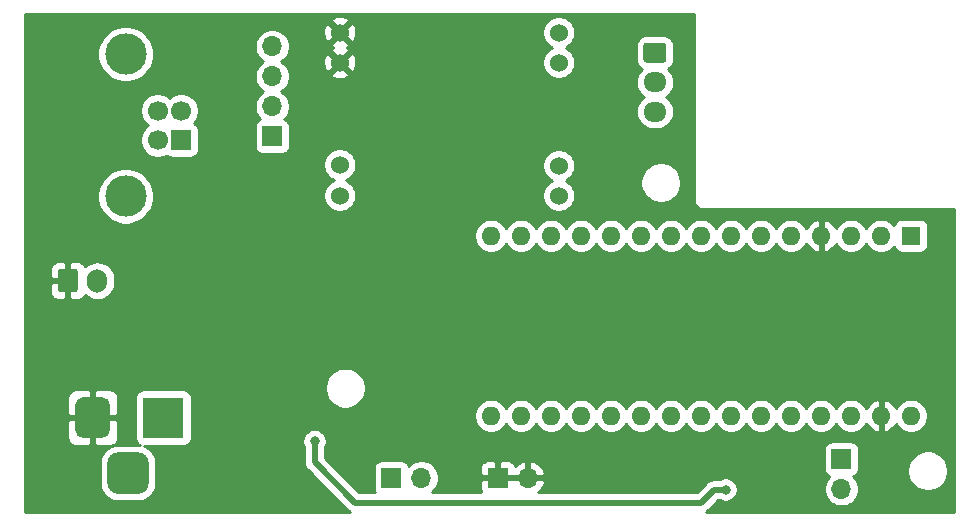
<source format=gbl>
G04 #@! TF.GenerationSoftware,KiCad,Pcbnew,(5.1.10)-1*
G04 #@! TF.CreationDate,2022-01-19T22:21:47+01:00*
G04 #@! TF.ProjectId,ELFlatPanel,454c466c-6174-4506-916e-656c2e6b6963,3.0*
G04 #@! TF.SameCoordinates,Original*
G04 #@! TF.FileFunction,Copper,L2,Bot*
G04 #@! TF.FilePolarity,Positive*
%FSLAX46Y46*%
G04 Gerber Fmt 4.6, Leading zero omitted, Abs format (unit mm)*
G04 Created by KiCad (PCBNEW (5.1.10)-1) date 2022-01-19 22:21:47*
%MOMM*%
%LPD*%
G01*
G04 APERTURE LIST*
G04 #@! TA.AperFunction,ComponentPad*
%ADD10R,1.700000X1.700000*%
G04 #@! TD*
G04 #@! TA.AperFunction,ComponentPad*
%ADD11C,1.700000*%
G04 #@! TD*
G04 #@! TA.AperFunction,ComponentPad*
%ADD12C,3.500000*%
G04 #@! TD*
G04 #@! TA.AperFunction,ComponentPad*
%ADD13R,1.600000X1.600000*%
G04 #@! TD*
G04 #@! TA.AperFunction,ComponentPad*
%ADD14O,1.600000X1.600000*%
G04 #@! TD*
G04 #@! TA.AperFunction,ComponentPad*
%ADD15O,1.700000X1.700000*%
G04 #@! TD*
G04 #@! TA.AperFunction,ComponentPad*
%ADD16R,3.500000X3.500000*%
G04 #@! TD*
G04 #@! TA.AperFunction,ComponentPad*
%ADD17O,1.700000X2.000000*%
G04 #@! TD*
G04 #@! TA.AperFunction,ComponentPad*
%ADD18O,1.950000X1.700000*%
G04 #@! TD*
G04 #@! TA.AperFunction,ComponentPad*
%ADD19C,1.524000*%
G04 #@! TD*
G04 #@! TA.AperFunction,ViaPad*
%ADD20C,0.800000*%
G04 #@! TD*
G04 #@! TA.AperFunction,Conductor*
%ADD21C,0.508000*%
G04 #@! TD*
G04 #@! TA.AperFunction,Conductor*
%ADD22C,0.254000*%
G04 #@! TD*
G04 #@! TA.AperFunction,Conductor*
%ADD23C,0.100000*%
G04 #@! TD*
G04 APERTURE END LIST*
D10*
X100300000Y-84900000D03*
D11*
X100300000Y-82400000D03*
X98300000Y-82400000D03*
X98300000Y-84900000D03*
D12*
X95590000Y-89670000D03*
X95590000Y-77630000D03*
D13*
X162100000Y-93000000D03*
D14*
X129080000Y-108240000D03*
X159560000Y-93000000D03*
X131620000Y-108240000D03*
X157020000Y-93000000D03*
X134160000Y-108240000D03*
X154480000Y-93000000D03*
X136700000Y-108240000D03*
X151940000Y-93000000D03*
X139240000Y-108240000D03*
X149400000Y-93000000D03*
X141780000Y-108240000D03*
X146860000Y-93000000D03*
X144320000Y-108240000D03*
X144320000Y-93000000D03*
X146860000Y-108240000D03*
X141780000Y-93000000D03*
X149400000Y-108240000D03*
X139240000Y-93000000D03*
X151940000Y-108240000D03*
X136700000Y-93000000D03*
X154480000Y-108240000D03*
X134160000Y-93000000D03*
X157020000Y-108240000D03*
X131620000Y-93000000D03*
X159560000Y-108240000D03*
X129080000Y-93000000D03*
X162100000Y-108240000D03*
X126540000Y-93000000D03*
X126540000Y-108240000D03*
D10*
X108000000Y-84600000D03*
D15*
X108000000Y-82060000D03*
X108000000Y-79520000D03*
X108000000Y-76980000D03*
D16*
X98800000Y-108400000D03*
G04 #@! TA.AperFunction,ComponentPad*
G36*
G01*
X91300000Y-109400000D02*
X91300000Y-107400000D01*
G75*
G02*
X92050000Y-106650000I750000J0D01*
G01*
X93550000Y-106650000D01*
G75*
G02*
X94300000Y-107400000I0J-750000D01*
G01*
X94300000Y-109400000D01*
G75*
G02*
X93550000Y-110150000I-750000J0D01*
G01*
X92050000Y-110150000D01*
G75*
G02*
X91300000Y-109400000I0J750000D01*
G01*
G37*
G04 #@! TD.AperFunction*
G04 #@! TA.AperFunction,ComponentPad*
G36*
G01*
X94050000Y-113975000D02*
X94050000Y-112225000D01*
G75*
G02*
X94925000Y-111350000I875000J0D01*
G01*
X96675000Y-111350000D01*
G75*
G02*
X97550000Y-112225000I0J-875000D01*
G01*
X97550000Y-113975000D01*
G75*
G02*
X96675000Y-114850000I-875000J0D01*
G01*
X94925000Y-114850000D01*
G75*
G02*
X94050000Y-113975000I0J875000D01*
G01*
G37*
G04 #@! TD.AperFunction*
G04 #@! TA.AperFunction,ComponentPad*
G36*
G01*
X89850000Y-97550000D02*
X89850000Y-96050000D01*
G75*
G02*
X90100000Y-95800000I250000J0D01*
G01*
X91300000Y-95800000D01*
G75*
G02*
X91550000Y-96050000I0J-250000D01*
G01*
X91550000Y-97550000D01*
G75*
G02*
X91300000Y-97800000I-250000J0D01*
G01*
X90100000Y-97800000D01*
G75*
G02*
X89850000Y-97550000I0J250000D01*
G01*
G37*
G04 #@! TD.AperFunction*
D17*
X93200000Y-96800000D03*
D15*
X120640000Y-113500000D03*
D10*
X118100000Y-113500000D03*
X127100000Y-113500000D03*
D15*
X129640000Y-113500000D03*
G04 #@! TA.AperFunction,ComponentPad*
G36*
G01*
X139675000Y-76650000D02*
X141125000Y-76650000D01*
G75*
G02*
X141375000Y-76900000I0J-250000D01*
G01*
X141375000Y-78100000D01*
G75*
G02*
X141125000Y-78350000I-250000J0D01*
G01*
X139675000Y-78350000D01*
G75*
G02*
X139425000Y-78100000I0J250000D01*
G01*
X139425000Y-76900000D01*
G75*
G02*
X139675000Y-76650000I250000J0D01*
G01*
G37*
G04 #@! TD.AperFunction*
D18*
X140400000Y-80000000D03*
X140400000Y-82500000D03*
D10*
X156200000Y-111900000D03*
D15*
X156200000Y-114440000D03*
D19*
X113729000Y-89604000D03*
X113729000Y-78336000D03*
X113729000Y-87000000D03*
X113729000Y-75796000D03*
X132271000Y-75796000D03*
X132271000Y-78336000D03*
X132271000Y-87064000D03*
X132271000Y-89604000D03*
D20*
X150600000Y-114300000D03*
X140700000Y-112900000D03*
X111200000Y-96900000D03*
X104000000Y-98900000D03*
X146400000Y-114500000D03*
X111600000Y-110400000D03*
D21*
X145400000Y-114500000D02*
X146400000Y-114500000D01*
X144300000Y-115600000D02*
X145400000Y-114500000D01*
X115000000Y-115600000D02*
X144300000Y-115600000D01*
X111600000Y-112200000D02*
X115000000Y-115600000D01*
X111600000Y-110400000D02*
X111600000Y-112200000D01*
D22*
X143740001Y-90067571D02*
X143736807Y-90100000D01*
X143749550Y-90229383D01*
X143787290Y-90353793D01*
X143848575Y-90468450D01*
X143931052Y-90568948D01*
X144031550Y-90651425D01*
X144146207Y-90712710D01*
X144270617Y-90750450D01*
X144367581Y-90760000D01*
X144400000Y-90763193D01*
X144432419Y-90760000D01*
X165740000Y-90760000D01*
X165740001Y-116373000D01*
X144739703Y-116373000D01*
X144796291Y-116342753D01*
X144931659Y-116231659D01*
X144959499Y-116197736D01*
X145768236Y-115389000D01*
X145867532Y-115389000D01*
X145909744Y-115417205D01*
X146098102Y-115495226D01*
X146298061Y-115535000D01*
X146501939Y-115535000D01*
X146701898Y-115495226D01*
X146890256Y-115417205D01*
X147059774Y-115303937D01*
X147203937Y-115159774D01*
X147317205Y-114990256D01*
X147395226Y-114801898D01*
X147435000Y-114601939D01*
X147435000Y-114398061D01*
X147395226Y-114198102D01*
X147317205Y-114009744D01*
X147203937Y-113840226D01*
X147059774Y-113696063D01*
X146890256Y-113582795D01*
X146701898Y-113504774D01*
X146501939Y-113465000D01*
X146298061Y-113465000D01*
X146098102Y-113504774D01*
X145909744Y-113582795D01*
X145867532Y-113611000D01*
X145443660Y-113611000D01*
X145400000Y-113606700D01*
X145356340Y-113611000D01*
X145356333Y-113611000D01*
X145242325Y-113622229D01*
X145225725Y-113623864D01*
X145152758Y-113645998D01*
X145058149Y-113674697D01*
X144903709Y-113757247D01*
X144768341Y-113868341D01*
X144740505Y-113902259D01*
X143931765Y-114711000D01*
X130488220Y-114711000D01*
X130640269Y-114597588D01*
X130835178Y-114381355D01*
X130984157Y-114131252D01*
X131081481Y-113856891D01*
X130960814Y-113627000D01*
X129767000Y-113627000D01*
X129767000Y-113647000D01*
X129513000Y-113647000D01*
X129513000Y-113627000D01*
X127227000Y-113627000D01*
X127227000Y-113647000D01*
X126973000Y-113647000D01*
X126973000Y-113627000D01*
X125773750Y-113627000D01*
X125615000Y-113785750D01*
X125611928Y-114350000D01*
X125624188Y-114474482D01*
X125660498Y-114594180D01*
X125719463Y-114704494D01*
X125724802Y-114711000D01*
X121500540Y-114711000D01*
X121586632Y-114653475D01*
X121793475Y-114446632D01*
X121955990Y-114203411D01*
X122067932Y-113933158D01*
X122125000Y-113646260D01*
X122125000Y-113353740D01*
X122067932Y-113066842D01*
X121955990Y-112796589D01*
X121858043Y-112650000D01*
X125611928Y-112650000D01*
X125615000Y-113214250D01*
X125773750Y-113373000D01*
X126973000Y-113373000D01*
X126973000Y-112173750D01*
X127227000Y-112173750D01*
X127227000Y-113373000D01*
X129513000Y-113373000D01*
X129513000Y-112179845D01*
X129767000Y-112179845D01*
X129767000Y-113373000D01*
X130960814Y-113373000D01*
X131081481Y-113143109D01*
X130984157Y-112868748D01*
X130835178Y-112618645D01*
X130640269Y-112402412D01*
X130406920Y-112228359D01*
X130144099Y-112103175D01*
X129996890Y-112058524D01*
X129767000Y-112179845D01*
X129513000Y-112179845D01*
X129283110Y-112058524D01*
X129135901Y-112103175D01*
X128873080Y-112228359D01*
X128639731Y-112402412D01*
X128563966Y-112486466D01*
X128539502Y-112405820D01*
X128480537Y-112295506D01*
X128401185Y-112198815D01*
X128304494Y-112119463D01*
X128194180Y-112060498D01*
X128074482Y-112024188D01*
X127950000Y-112011928D01*
X127385750Y-112015000D01*
X127227000Y-112173750D01*
X126973000Y-112173750D01*
X126814250Y-112015000D01*
X126250000Y-112011928D01*
X126125518Y-112024188D01*
X126005820Y-112060498D01*
X125895506Y-112119463D01*
X125798815Y-112198815D01*
X125719463Y-112295506D01*
X125660498Y-112405820D01*
X125624188Y-112525518D01*
X125611928Y-112650000D01*
X121858043Y-112650000D01*
X121793475Y-112553368D01*
X121586632Y-112346525D01*
X121343411Y-112184010D01*
X121073158Y-112072068D01*
X120786260Y-112015000D01*
X120493740Y-112015000D01*
X120206842Y-112072068D01*
X119936589Y-112184010D01*
X119693368Y-112346525D01*
X119561513Y-112478380D01*
X119539502Y-112405820D01*
X119480537Y-112295506D01*
X119401185Y-112198815D01*
X119304494Y-112119463D01*
X119194180Y-112060498D01*
X119074482Y-112024188D01*
X118950000Y-112011928D01*
X117250000Y-112011928D01*
X117125518Y-112024188D01*
X117005820Y-112060498D01*
X116895506Y-112119463D01*
X116798815Y-112198815D01*
X116719463Y-112295506D01*
X116660498Y-112405820D01*
X116624188Y-112525518D01*
X116611928Y-112650000D01*
X116611928Y-114350000D01*
X116624188Y-114474482D01*
X116660498Y-114594180D01*
X116719463Y-114704494D01*
X116724802Y-114711000D01*
X115368236Y-114711000D01*
X112489000Y-111831765D01*
X112489000Y-111050000D01*
X154711928Y-111050000D01*
X154711928Y-112750000D01*
X154724188Y-112874482D01*
X154760498Y-112994180D01*
X154819463Y-113104494D01*
X154898815Y-113201185D01*
X154995506Y-113280537D01*
X155105820Y-113339502D01*
X155178380Y-113361513D01*
X155046525Y-113493368D01*
X154884010Y-113736589D01*
X154772068Y-114006842D01*
X154715000Y-114293740D01*
X154715000Y-114586260D01*
X154772068Y-114873158D01*
X154884010Y-115143411D01*
X155046525Y-115386632D01*
X155253368Y-115593475D01*
X155496589Y-115755990D01*
X155766842Y-115867932D01*
X156053740Y-115925000D01*
X156346260Y-115925000D01*
X156633158Y-115867932D01*
X156903411Y-115755990D01*
X157146632Y-115593475D01*
X157353475Y-115386632D01*
X157515990Y-115143411D01*
X157627932Y-114873158D01*
X157685000Y-114586260D01*
X157685000Y-114293740D01*
X157627932Y-114006842D01*
X157515990Y-113736589D01*
X157353475Y-113493368D01*
X157221620Y-113361513D01*
X157294180Y-113339502D01*
X157404494Y-113280537D01*
X157501185Y-113201185D01*
X157580537Y-113104494D01*
X157639502Y-112994180D01*
X157675812Y-112874482D01*
X157688072Y-112750000D01*
X157688072Y-112729117D01*
X161765000Y-112729117D01*
X161765000Y-113070883D01*
X161831675Y-113406081D01*
X161962463Y-113721831D01*
X162152337Y-114005998D01*
X162394002Y-114247663D01*
X162678169Y-114437537D01*
X162993919Y-114568325D01*
X163329117Y-114635000D01*
X163670883Y-114635000D01*
X164006081Y-114568325D01*
X164321831Y-114437537D01*
X164605998Y-114247663D01*
X164847663Y-114005998D01*
X165037537Y-113721831D01*
X165168325Y-113406081D01*
X165235000Y-113070883D01*
X165235000Y-112729117D01*
X165168325Y-112393919D01*
X165037537Y-112078169D01*
X164847663Y-111794002D01*
X164605998Y-111552337D01*
X164321831Y-111362463D01*
X164006081Y-111231675D01*
X163670883Y-111165000D01*
X163329117Y-111165000D01*
X162993919Y-111231675D01*
X162678169Y-111362463D01*
X162394002Y-111552337D01*
X162152337Y-111794002D01*
X161962463Y-112078169D01*
X161831675Y-112393919D01*
X161765000Y-112729117D01*
X157688072Y-112729117D01*
X157688072Y-111050000D01*
X157675812Y-110925518D01*
X157639502Y-110805820D01*
X157580537Y-110695506D01*
X157501185Y-110598815D01*
X157404494Y-110519463D01*
X157294180Y-110460498D01*
X157174482Y-110424188D01*
X157050000Y-110411928D01*
X155350000Y-110411928D01*
X155225518Y-110424188D01*
X155105820Y-110460498D01*
X154995506Y-110519463D01*
X154898815Y-110598815D01*
X154819463Y-110695506D01*
X154760498Y-110805820D01*
X154724188Y-110925518D01*
X154711928Y-111050000D01*
X112489000Y-111050000D01*
X112489000Y-110932468D01*
X112517205Y-110890256D01*
X112595226Y-110701898D01*
X112635000Y-110501939D01*
X112635000Y-110298061D01*
X112595226Y-110098102D01*
X112517205Y-109909744D01*
X112403937Y-109740226D01*
X112259774Y-109596063D01*
X112090256Y-109482795D01*
X111901898Y-109404774D01*
X111701939Y-109365000D01*
X111498061Y-109365000D01*
X111298102Y-109404774D01*
X111109744Y-109482795D01*
X110940226Y-109596063D01*
X110796063Y-109740226D01*
X110682795Y-109909744D01*
X110604774Y-110098102D01*
X110565000Y-110298061D01*
X110565000Y-110501939D01*
X110604774Y-110701898D01*
X110682795Y-110890256D01*
X110711000Y-110932468D01*
X110711001Y-112156330D01*
X110706700Y-112200000D01*
X110723864Y-112374274D01*
X110774698Y-112541852D01*
X110857248Y-112696291D01*
X110939561Y-112796589D01*
X110968342Y-112831659D01*
X111002259Y-112859494D01*
X114340506Y-116197742D01*
X114368341Y-116231659D01*
X114503709Y-116342753D01*
X114560297Y-116373000D01*
X87060000Y-116373000D01*
X87060000Y-112225000D01*
X93411928Y-112225000D01*
X93411928Y-113975000D01*
X93441001Y-114270186D01*
X93527104Y-114554028D01*
X93666927Y-114815618D01*
X93855097Y-115044903D01*
X94084382Y-115233073D01*
X94345972Y-115372896D01*
X94629814Y-115458999D01*
X94925000Y-115488072D01*
X96675000Y-115488072D01*
X96970186Y-115458999D01*
X97254028Y-115372896D01*
X97515618Y-115233073D01*
X97744903Y-115044903D01*
X97933073Y-114815618D01*
X98072896Y-114554028D01*
X98158999Y-114270186D01*
X98188072Y-113975000D01*
X98188072Y-112225000D01*
X98158999Y-111929814D01*
X98072896Y-111645972D01*
X97933073Y-111384382D01*
X97744903Y-111155097D01*
X97515618Y-110966927D01*
X97254028Y-110827104D01*
X97125357Y-110788072D01*
X100550000Y-110788072D01*
X100674482Y-110775812D01*
X100794180Y-110739502D01*
X100904494Y-110680537D01*
X101001185Y-110601185D01*
X101080537Y-110504494D01*
X101139502Y-110394180D01*
X101175812Y-110274482D01*
X101188072Y-110150000D01*
X101188072Y-108098665D01*
X125105000Y-108098665D01*
X125105000Y-108381335D01*
X125160147Y-108658574D01*
X125268320Y-108919727D01*
X125425363Y-109154759D01*
X125625241Y-109354637D01*
X125860273Y-109511680D01*
X126121426Y-109619853D01*
X126398665Y-109675000D01*
X126681335Y-109675000D01*
X126958574Y-109619853D01*
X127219727Y-109511680D01*
X127454759Y-109354637D01*
X127654637Y-109154759D01*
X127810000Y-108922241D01*
X127965363Y-109154759D01*
X128165241Y-109354637D01*
X128400273Y-109511680D01*
X128661426Y-109619853D01*
X128938665Y-109675000D01*
X129221335Y-109675000D01*
X129498574Y-109619853D01*
X129759727Y-109511680D01*
X129994759Y-109354637D01*
X130194637Y-109154759D01*
X130350000Y-108922241D01*
X130505363Y-109154759D01*
X130705241Y-109354637D01*
X130940273Y-109511680D01*
X131201426Y-109619853D01*
X131478665Y-109675000D01*
X131761335Y-109675000D01*
X132038574Y-109619853D01*
X132299727Y-109511680D01*
X132534759Y-109354637D01*
X132734637Y-109154759D01*
X132890000Y-108922241D01*
X133045363Y-109154759D01*
X133245241Y-109354637D01*
X133480273Y-109511680D01*
X133741426Y-109619853D01*
X134018665Y-109675000D01*
X134301335Y-109675000D01*
X134578574Y-109619853D01*
X134839727Y-109511680D01*
X135074759Y-109354637D01*
X135274637Y-109154759D01*
X135430000Y-108922241D01*
X135585363Y-109154759D01*
X135785241Y-109354637D01*
X136020273Y-109511680D01*
X136281426Y-109619853D01*
X136558665Y-109675000D01*
X136841335Y-109675000D01*
X137118574Y-109619853D01*
X137379727Y-109511680D01*
X137614759Y-109354637D01*
X137814637Y-109154759D01*
X137970000Y-108922241D01*
X138125363Y-109154759D01*
X138325241Y-109354637D01*
X138560273Y-109511680D01*
X138821426Y-109619853D01*
X139098665Y-109675000D01*
X139381335Y-109675000D01*
X139658574Y-109619853D01*
X139919727Y-109511680D01*
X140154759Y-109354637D01*
X140354637Y-109154759D01*
X140510000Y-108922241D01*
X140665363Y-109154759D01*
X140865241Y-109354637D01*
X141100273Y-109511680D01*
X141361426Y-109619853D01*
X141638665Y-109675000D01*
X141921335Y-109675000D01*
X142198574Y-109619853D01*
X142459727Y-109511680D01*
X142694759Y-109354637D01*
X142894637Y-109154759D01*
X143050000Y-108922241D01*
X143205363Y-109154759D01*
X143405241Y-109354637D01*
X143640273Y-109511680D01*
X143901426Y-109619853D01*
X144178665Y-109675000D01*
X144461335Y-109675000D01*
X144738574Y-109619853D01*
X144999727Y-109511680D01*
X145234759Y-109354637D01*
X145434637Y-109154759D01*
X145590000Y-108922241D01*
X145745363Y-109154759D01*
X145945241Y-109354637D01*
X146180273Y-109511680D01*
X146441426Y-109619853D01*
X146718665Y-109675000D01*
X147001335Y-109675000D01*
X147278574Y-109619853D01*
X147539727Y-109511680D01*
X147774759Y-109354637D01*
X147974637Y-109154759D01*
X148130000Y-108922241D01*
X148285363Y-109154759D01*
X148485241Y-109354637D01*
X148720273Y-109511680D01*
X148981426Y-109619853D01*
X149258665Y-109675000D01*
X149541335Y-109675000D01*
X149818574Y-109619853D01*
X150079727Y-109511680D01*
X150314759Y-109354637D01*
X150514637Y-109154759D01*
X150670000Y-108922241D01*
X150825363Y-109154759D01*
X151025241Y-109354637D01*
X151260273Y-109511680D01*
X151521426Y-109619853D01*
X151798665Y-109675000D01*
X152081335Y-109675000D01*
X152358574Y-109619853D01*
X152619727Y-109511680D01*
X152854759Y-109354637D01*
X153054637Y-109154759D01*
X153210000Y-108922241D01*
X153365363Y-109154759D01*
X153565241Y-109354637D01*
X153800273Y-109511680D01*
X154061426Y-109619853D01*
X154338665Y-109675000D01*
X154621335Y-109675000D01*
X154898574Y-109619853D01*
X155159727Y-109511680D01*
X155394759Y-109354637D01*
X155594637Y-109154759D01*
X155750000Y-108922241D01*
X155905363Y-109154759D01*
X156105241Y-109354637D01*
X156340273Y-109511680D01*
X156601426Y-109619853D01*
X156878665Y-109675000D01*
X157161335Y-109675000D01*
X157438574Y-109619853D01*
X157699727Y-109511680D01*
X157934759Y-109354637D01*
X158134637Y-109154759D01*
X158291680Y-108919727D01*
X158296067Y-108909135D01*
X158407615Y-109095131D01*
X158596586Y-109303519D01*
X158822580Y-109471037D01*
X159076913Y-109591246D01*
X159210961Y-109631904D01*
X159433000Y-109509915D01*
X159433000Y-108367000D01*
X159413000Y-108367000D01*
X159413000Y-108113000D01*
X159433000Y-108113000D01*
X159433000Y-106970085D01*
X159687000Y-106970085D01*
X159687000Y-108113000D01*
X159707000Y-108113000D01*
X159707000Y-108367000D01*
X159687000Y-108367000D01*
X159687000Y-109509915D01*
X159909039Y-109631904D01*
X160043087Y-109591246D01*
X160297420Y-109471037D01*
X160523414Y-109303519D01*
X160712385Y-109095131D01*
X160823933Y-108909135D01*
X160828320Y-108919727D01*
X160985363Y-109154759D01*
X161185241Y-109354637D01*
X161420273Y-109511680D01*
X161681426Y-109619853D01*
X161958665Y-109675000D01*
X162241335Y-109675000D01*
X162518574Y-109619853D01*
X162779727Y-109511680D01*
X163014759Y-109354637D01*
X163214637Y-109154759D01*
X163371680Y-108919727D01*
X163479853Y-108658574D01*
X163535000Y-108381335D01*
X163535000Y-108098665D01*
X163479853Y-107821426D01*
X163371680Y-107560273D01*
X163214637Y-107325241D01*
X163014759Y-107125363D01*
X162779727Y-106968320D01*
X162518574Y-106860147D01*
X162241335Y-106805000D01*
X161958665Y-106805000D01*
X161681426Y-106860147D01*
X161420273Y-106968320D01*
X161185241Y-107125363D01*
X160985363Y-107325241D01*
X160828320Y-107560273D01*
X160823933Y-107570865D01*
X160712385Y-107384869D01*
X160523414Y-107176481D01*
X160297420Y-107008963D01*
X160043087Y-106888754D01*
X159909039Y-106848096D01*
X159687000Y-106970085D01*
X159433000Y-106970085D01*
X159210961Y-106848096D01*
X159076913Y-106888754D01*
X158822580Y-107008963D01*
X158596586Y-107176481D01*
X158407615Y-107384869D01*
X158296067Y-107570865D01*
X158291680Y-107560273D01*
X158134637Y-107325241D01*
X157934759Y-107125363D01*
X157699727Y-106968320D01*
X157438574Y-106860147D01*
X157161335Y-106805000D01*
X156878665Y-106805000D01*
X156601426Y-106860147D01*
X156340273Y-106968320D01*
X156105241Y-107125363D01*
X155905363Y-107325241D01*
X155750000Y-107557759D01*
X155594637Y-107325241D01*
X155394759Y-107125363D01*
X155159727Y-106968320D01*
X154898574Y-106860147D01*
X154621335Y-106805000D01*
X154338665Y-106805000D01*
X154061426Y-106860147D01*
X153800273Y-106968320D01*
X153565241Y-107125363D01*
X153365363Y-107325241D01*
X153210000Y-107557759D01*
X153054637Y-107325241D01*
X152854759Y-107125363D01*
X152619727Y-106968320D01*
X152358574Y-106860147D01*
X152081335Y-106805000D01*
X151798665Y-106805000D01*
X151521426Y-106860147D01*
X151260273Y-106968320D01*
X151025241Y-107125363D01*
X150825363Y-107325241D01*
X150670000Y-107557759D01*
X150514637Y-107325241D01*
X150314759Y-107125363D01*
X150079727Y-106968320D01*
X149818574Y-106860147D01*
X149541335Y-106805000D01*
X149258665Y-106805000D01*
X148981426Y-106860147D01*
X148720273Y-106968320D01*
X148485241Y-107125363D01*
X148285363Y-107325241D01*
X148130000Y-107557759D01*
X147974637Y-107325241D01*
X147774759Y-107125363D01*
X147539727Y-106968320D01*
X147278574Y-106860147D01*
X147001335Y-106805000D01*
X146718665Y-106805000D01*
X146441426Y-106860147D01*
X146180273Y-106968320D01*
X145945241Y-107125363D01*
X145745363Y-107325241D01*
X145590000Y-107557759D01*
X145434637Y-107325241D01*
X145234759Y-107125363D01*
X144999727Y-106968320D01*
X144738574Y-106860147D01*
X144461335Y-106805000D01*
X144178665Y-106805000D01*
X143901426Y-106860147D01*
X143640273Y-106968320D01*
X143405241Y-107125363D01*
X143205363Y-107325241D01*
X143050000Y-107557759D01*
X142894637Y-107325241D01*
X142694759Y-107125363D01*
X142459727Y-106968320D01*
X142198574Y-106860147D01*
X141921335Y-106805000D01*
X141638665Y-106805000D01*
X141361426Y-106860147D01*
X141100273Y-106968320D01*
X140865241Y-107125363D01*
X140665363Y-107325241D01*
X140510000Y-107557759D01*
X140354637Y-107325241D01*
X140154759Y-107125363D01*
X139919727Y-106968320D01*
X139658574Y-106860147D01*
X139381335Y-106805000D01*
X139098665Y-106805000D01*
X138821426Y-106860147D01*
X138560273Y-106968320D01*
X138325241Y-107125363D01*
X138125363Y-107325241D01*
X137970000Y-107557759D01*
X137814637Y-107325241D01*
X137614759Y-107125363D01*
X137379727Y-106968320D01*
X137118574Y-106860147D01*
X136841335Y-106805000D01*
X136558665Y-106805000D01*
X136281426Y-106860147D01*
X136020273Y-106968320D01*
X135785241Y-107125363D01*
X135585363Y-107325241D01*
X135430000Y-107557759D01*
X135274637Y-107325241D01*
X135074759Y-107125363D01*
X134839727Y-106968320D01*
X134578574Y-106860147D01*
X134301335Y-106805000D01*
X134018665Y-106805000D01*
X133741426Y-106860147D01*
X133480273Y-106968320D01*
X133245241Y-107125363D01*
X133045363Y-107325241D01*
X132890000Y-107557759D01*
X132734637Y-107325241D01*
X132534759Y-107125363D01*
X132299727Y-106968320D01*
X132038574Y-106860147D01*
X131761335Y-106805000D01*
X131478665Y-106805000D01*
X131201426Y-106860147D01*
X130940273Y-106968320D01*
X130705241Y-107125363D01*
X130505363Y-107325241D01*
X130350000Y-107557759D01*
X130194637Y-107325241D01*
X129994759Y-107125363D01*
X129759727Y-106968320D01*
X129498574Y-106860147D01*
X129221335Y-106805000D01*
X128938665Y-106805000D01*
X128661426Y-106860147D01*
X128400273Y-106968320D01*
X128165241Y-107125363D01*
X127965363Y-107325241D01*
X127810000Y-107557759D01*
X127654637Y-107325241D01*
X127454759Y-107125363D01*
X127219727Y-106968320D01*
X126958574Y-106860147D01*
X126681335Y-106805000D01*
X126398665Y-106805000D01*
X126121426Y-106860147D01*
X125860273Y-106968320D01*
X125625241Y-107125363D01*
X125425363Y-107325241D01*
X125268320Y-107560273D01*
X125160147Y-107821426D01*
X125105000Y-108098665D01*
X101188072Y-108098665D01*
X101188072Y-106650000D01*
X101175812Y-106525518D01*
X101139502Y-106405820D01*
X101080537Y-106295506D01*
X101001185Y-106198815D01*
X100904494Y-106119463D01*
X100794180Y-106060498D01*
X100674482Y-106024188D01*
X100550000Y-106011928D01*
X97050000Y-106011928D01*
X96925518Y-106024188D01*
X96805820Y-106060498D01*
X96695506Y-106119463D01*
X96598815Y-106198815D01*
X96519463Y-106295506D01*
X96460498Y-106405820D01*
X96424188Y-106525518D01*
X96411928Y-106650000D01*
X96411928Y-110150000D01*
X96424188Y-110274482D01*
X96460498Y-110394180D01*
X96519463Y-110504494D01*
X96598815Y-110601185D01*
X96695506Y-110680537D01*
X96772131Y-110721494D01*
X96675000Y-110711928D01*
X94925000Y-110711928D01*
X94629814Y-110741001D01*
X94345972Y-110827104D01*
X94084382Y-110966927D01*
X93855097Y-111155097D01*
X93666927Y-111384382D01*
X93527104Y-111645972D01*
X93441001Y-111929814D01*
X93411928Y-112225000D01*
X87060000Y-112225000D01*
X87060000Y-110150000D01*
X90661928Y-110150000D01*
X90674188Y-110274482D01*
X90710498Y-110394180D01*
X90769463Y-110504494D01*
X90848815Y-110601185D01*
X90945506Y-110680537D01*
X91055820Y-110739502D01*
X91175518Y-110775812D01*
X91300000Y-110788072D01*
X92514250Y-110785000D01*
X92673000Y-110626250D01*
X92673000Y-108527000D01*
X92927000Y-108527000D01*
X92927000Y-110626250D01*
X93085750Y-110785000D01*
X94300000Y-110788072D01*
X94424482Y-110775812D01*
X94544180Y-110739502D01*
X94654494Y-110680537D01*
X94751185Y-110601185D01*
X94830537Y-110504494D01*
X94889502Y-110394180D01*
X94925812Y-110274482D01*
X94938072Y-110150000D01*
X94935000Y-108685750D01*
X94776250Y-108527000D01*
X92927000Y-108527000D01*
X92673000Y-108527000D01*
X90823750Y-108527000D01*
X90665000Y-108685750D01*
X90661928Y-110150000D01*
X87060000Y-110150000D01*
X87060000Y-106650000D01*
X90661928Y-106650000D01*
X90665000Y-108114250D01*
X90823750Y-108273000D01*
X92673000Y-108273000D01*
X92673000Y-106173750D01*
X92927000Y-106173750D01*
X92927000Y-108273000D01*
X94776250Y-108273000D01*
X94935000Y-108114250D01*
X94938072Y-106650000D01*
X94925812Y-106525518D01*
X94889502Y-106405820D01*
X94830537Y-106295506D01*
X94751185Y-106198815D01*
X94654494Y-106119463D01*
X94544180Y-106060498D01*
X94424482Y-106024188D01*
X94300000Y-106011928D01*
X93085750Y-106015000D01*
X92927000Y-106173750D01*
X92673000Y-106173750D01*
X92514250Y-106015000D01*
X91300000Y-106011928D01*
X91175518Y-106024188D01*
X91055820Y-106060498D01*
X90945506Y-106119463D01*
X90848815Y-106198815D01*
X90769463Y-106295506D01*
X90710498Y-106405820D01*
X90674188Y-106525518D01*
X90661928Y-106650000D01*
X87060000Y-106650000D01*
X87060000Y-105729117D01*
X112465000Y-105729117D01*
X112465000Y-106070883D01*
X112531675Y-106406081D01*
X112662463Y-106721831D01*
X112852337Y-107005998D01*
X113094002Y-107247663D01*
X113378169Y-107437537D01*
X113693919Y-107568325D01*
X114029117Y-107635000D01*
X114370883Y-107635000D01*
X114706081Y-107568325D01*
X115021831Y-107437537D01*
X115305998Y-107247663D01*
X115547663Y-107005998D01*
X115737537Y-106721831D01*
X115868325Y-106406081D01*
X115935000Y-106070883D01*
X115935000Y-105729117D01*
X115868325Y-105393919D01*
X115737537Y-105078169D01*
X115547663Y-104794002D01*
X115305998Y-104552337D01*
X115021831Y-104362463D01*
X114706081Y-104231675D01*
X114370883Y-104165000D01*
X114029117Y-104165000D01*
X113693919Y-104231675D01*
X113378169Y-104362463D01*
X113094002Y-104552337D01*
X112852337Y-104794002D01*
X112662463Y-105078169D01*
X112531675Y-105393919D01*
X112465000Y-105729117D01*
X87060000Y-105729117D01*
X87060000Y-97800000D01*
X89211928Y-97800000D01*
X89224188Y-97924482D01*
X89260498Y-98044180D01*
X89319463Y-98154494D01*
X89398815Y-98251185D01*
X89495506Y-98330537D01*
X89605820Y-98389502D01*
X89725518Y-98425812D01*
X89850000Y-98438072D01*
X90414250Y-98435000D01*
X90573000Y-98276250D01*
X90573000Y-96927000D01*
X89373750Y-96927000D01*
X89215000Y-97085750D01*
X89211928Y-97800000D01*
X87060000Y-97800000D01*
X87060000Y-95800000D01*
X89211928Y-95800000D01*
X89215000Y-96514250D01*
X89373750Y-96673000D01*
X90573000Y-96673000D01*
X90573000Y-95323750D01*
X90827000Y-95323750D01*
X90827000Y-96673000D01*
X90847000Y-96673000D01*
X90847000Y-96927000D01*
X90827000Y-96927000D01*
X90827000Y-98276250D01*
X90985750Y-98435000D01*
X91550000Y-98438072D01*
X91674482Y-98425812D01*
X91794180Y-98389502D01*
X91904494Y-98330537D01*
X92001185Y-98251185D01*
X92080537Y-98154494D01*
X92139502Y-98044180D01*
X92150055Y-98009392D01*
X92370987Y-98190706D01*
X92628967Y-98328599D01*
X92908890Y-98413513D01*
X93200000Y-98442185D01*
X93491111Y-98413513D01*
X93771034Y-98328599D01*
X94029014Y-98190706D01*
X94255134Y-98005134D01*
X94440706Y-97779014D01*
X94578599Y-97521033D01*
X94663513Y-97241110D01*
X94685000Y-97022949D01*
X94685000Y-96577050D01*
X94663513Y-96358889D01*
X94578599Y-96078966D01*
X94440706Y-95820986D01*
X94255134Y-95594866D01*
X94029013Y-95409294D01*
X93771033Y-95271401D01*
X93491110Y-95186487D01*
X93200000Y-95157815D01*
X92908889Y-95186487D01*
X92628966Y-95271401D01*
X92370986Y-95409294D01*
X92150055Y-95590608D01*
X92139502Y-95555820D01*
X92080537Y-95445506D01*
X92001185Y-95348815D01*
X91904494Y-95269463D01*
X91794180Y-95210498D01*
X91674482Y-95174188D01*
X91550000Y-95161928D01*
X90985750Y-95165000D01*
X90827000Y-95323750D01*
X90573000Y-95323750D01*
X90414250Y-95165000D01*
X89850000Y-95161928D01*
X89725518Y-95174188D01*
X89605820Y-95210498D01*
X89495506Y-95269463D01*
X89398815Y-95348815D01*
X89319463Y-95445506D01*
X89260498Y-95555820D01*
X89224188Y-95675518D01*
X89211928Y-95800000D01*
X87060000Y-95800000D01*
X87060000Y-92858665D01*
X125105000Y-92858665D01*
X125105000Y-93141335D01*
X125160147Y-93418574D01*
X125268320Y-93679727D01*
X125425363Y-93914759D01*
X125625241Y-94114637D01*
X125860273Y-94271680D01*
X126121426Y-94379853D01*
X126398665Y-94435000D01*
X126681335Y-94435000D01*
X126958574Y-94379853D01*
X127219727Y-94271680D01*
X127454759Y-94114637D01*
X127654637Y-93914759D01*
X127810000Y-93682241D01*
X127965363Y-93914759D01*
X128165241Y-94114637D01*
X128400273Y-94271680D01*
X128661426Y-94379853D01*
X128938665Y-94435000D01*
X129221335Y-94435000D01*
X129498574Y-94379853D01*
X129759727Y-94271680D01*
X129994759Y-94114637D01*
X130194637Y-93914759D01*
X130350000Y-93682241D01*
X130505363Y-93914759D01*
X130705241Y-94114637D01*
X130940273Y-94271680D01*
X131201426Y-94379853D01*
X131478665Y-94435000D01*
X131761335Y-94435000D01*
X132038574Y-94379853D01*
X132299727Y-94271680D01*
X132534759Y-94114637D01*
X132734637Y-93914759D01*
X132890000Y-93682241D01*
X133045363Y-93914759D01*
X133245241Y-94114637D01*
X133480273Y-94271680D01*
X133741426Y-94379853D01*
X134018665Y-94435000D01*
X134301335Y-94435000D01*
X134578574Y-94379853D01*
X134839727Y-94271680D01*
X135074759Y-94114637D01*
X135274637Y-93914759D01*
X135430000Y-93682241D01*
X135585363Y-93914759D01*
X135785241Y-94114637D01*
X136020273Y-94271680D01*
X136281426Y-94379853D01*
X136558665Y-94435000D01*
X136841335Y-94435000D01*
X137118574Y-94379853D01*
X137379727Y-94271680D01*
X137614759Y-94114637D01*
X137814637Y-93914759D01*
X137970000Y-93682241D01*
X138125363Y-93914759D01*
X138325241Y-94114637D01*
X138560273Y-94271680D01*
X138821426Y-94379853D01*
X139098665Y-94435000D01*
X139381335Y-94435000D01*
X139658574Y-94379853D01*
X139919727Y-94271680D01*
X140154759Y-94114637D01*
X140354637Y-93914759D01*
X140510000Y-93682241D01*
X140665363Y-93914759D01*
X140865241Y-94114637D01*
X141100273Y-94271680D01*
X141361426Y-94379853D01*
X141638665Y-94435000D01*
X141921335Y-94435000D01*
X142198574Y-94379853D01*
X142459727Y-94271680D01*
X142694759Y-94114637D01*
X142894637Y-93914759D01*
X143050000Y-93682241D01*
X143205363Y-93914759D01*
X143405241Y-94114637D01*
X143640273Y-94271680D01*
X143901426Y-94379853D01*
X144178665Y-94435000D01*
X144461335Y-94435000D01*
X144738574Y-94379853D01*
X144999727Y-94271680D01*
X145234759Y-94114637D01*
X145434637Y-93914759D01*
X145590000Y-93682241D01*
X145745363Y-93914759D01*
X145945241Y-94114637D01*
X146180273Y-94271680D01*
X146441426Y-94379853D01*
X146718665Y-94435000D01*
X147001335Y-94435000D01*
X147278574Y-94379853D01*
X147539727Y-94271680D01*
X147774759Y-94114637D01*
X147974637Y-93914759D01*
X148130000Y-93682241D01*
X148285363Y-93914759D01*
X148485241Y-94114637D01*
X148720273Y-94271680D01*
X148981426Y-94379853D01*
X149258665Y-94435000D01*
X149541335Y-94435000D01*
X149818574Y-94379853D01*
X150079727Y-94271680D01*
X150314759Y-94114637D01*
X150514637Y-93914759D01*
X150670000Y-93682241D01*
X150825363Y-93914759D01*
X151025241Y-94114637D01*
X151260273Y-94271680D01*
X151521426Y-94379853D01*
X151798665Y-94435000D01*
X152081335Y-94435000D01*
X152358574Y-94379853D01*
X152619727Y-94271680D01*
X152854759Y-94114637D01*
X153054637Y-93914759D01*
X153211680Y-93679727D01*
X153216067Y-93669135D01*
X153327615Y-93855131D01*
X153516586Y-94063519D01*
X153742580Y-94231037D01*
X153996913Y-94351246D01*
X154130961Y-94391904D01*
X154353000Y-94269915D01*
X154353000Y-93127000D01*
X154333000Y-93127000D01*
X154333000Y-92873000D01*
X154353000Y-92873000D01*
X154353000Y-91730085D01*
X154607000Y-91730085D01*
X154607000Y-92873000D01*
X154627000Y-92873000D01*
X154627000Y-93127000D01*
X154607000Y-93127000D01*
X154607000Y-94269915D01*
X154829039Y-94391904D01*
X154963087Y-94351246D01*
X155217420Y-94231037D01*
X155443414Y-94063519D01*
X155632385Y-93855131D01*
X155743933Y-93669135D01*
X155748320Y-93679727D01*
X155905363Y-93914759D01*
X156105241Y-94114637D01*
X156340273Y-94271680D01*
X156601426Y-94379853D01*
X156878665Y-94435000D01*
X157161335Y-94435000D01*
X157438574Y-94379853D01*
X157699727Y-94271680D01*
X157934759Y-94114637D01*
X158134637Y-93914759D01*
X158290000Y-93682241D01*
X158445363Y-93914759D01*
X158645241Y-94114637D01*
X158880273Y-94271680D01*
X159141426Y-94379853D01*
X159418665Y-94435000D01*
X159701335Y-94435000D01*
X159978574Y-94379853D01*
X160239727Y-94271680D01*
X160474759Y-94114637D01*
X160673357Y-93916039D01*
X160674188Y-93924482D01*
X160710498Y-94044180D01*
X160769463Y-94154494D01*
X160848815Y-94251185D01*
X160945506Y-94330537D01*
X161055820Y-94389502D01*
X161175518Y-94425812D01*
X161300000Y-94438072D01*
X162900000Y-94438072D01*
X163024482Y-94425812D01*
X163144180Y-94389502D01*
X163254494Y-94330537D01*
X163351185Y-94251185D01*
X163430537Y-94154494D01*
X163489502Y-94044180D01*
X163525812Y-93924482D01*
X163538072Y-93800000D01*
X163538072Y-92200000D01*
X163525812Y-92075518D01*
X163489502Y-91955820D01*
X163430537Y-91845506D01*
X163351185Y-91748815D01*
X163254494Y-91669463D01*
X163144180Y-91610498D01*
X163024482Y-91574188D01*
X162900000Y-91561928D01*
X161300000Y-91561928D01*
X161175518Y-91574188D01*
X161055820Y-91610498D01*
X160945506Y-91669463D01*
X160848815Y-91748815D01*
X160769463Y-91845506D01*
X160710498Y-91955820D01*
X160674188Y-92075518D01*
X160673357Y-92083961D01*
X160474759Y-91885363D01*
X160239727Y-91728320D01*
X159978574Y-91620147D01*
X159701335Y-91565000D01*
X159418665Y-91565000D01*
X159141426Y-91620147D01*
X158880273Y-91728320D01*
X158645241Y-91885363D01*
X158445363Y-92085241D01*
X158290000Y-92317759D01*
X158134637Y-92085241D01*
X157934759Y-91885363D01*
X157699727Y-91728320D01*
X157438574Y-91620147D01*
X157161335Y-91565000D01*
X156878665Y-91565000D01*
X156601426Y-91620147D01*
X156340273Y-91728320D01*
X156105241Y-91885363D01*
X155905363Y-92085241D01*
X155748320Y-92320273D01*
X155743933Y-92330865D01*
X155632385Y-92144869D01*
X155443414Y-91936481D01*
X155217420Y-91768963D01*
X154963087Y-91648754D01*
X154829039Y-91608096D01*
X154607000Y-91730085D01*
X154353000Y-91730085D01*
X154130961Y-91608096D01*
X153996913Y-91648754D01*
X153742580Y-91768963D01*
X153516586Y-91936481D01*
X153327615Y-92144869D01*
X153216067Y-92330865D01*
X153211680Y-92320273D01*
X153054637Y-92085241D01*
X152854759Y-91885363D01*
X152619727Y-91728320D01*
X152358574Y-91620147D01*
X152081335Y-91565000D01*
X151798665Y-91565000D01*
X151521426Y-91620147D01*
X151260273Y-91728320D01*
X151025241Y-91885363D01*
X150825363Y-92085241D01*
X150670000Y-92317759D01*
X150514637Y-92085241D01*
X150314759Y-91885363D01*
X150079727Y-91728320D01*
X149818574Y-91620147D01*
X149541335Y-91565000D01*
X149258665Y-91565000D01*
X148981426Y-91620147D01*
X148720273Y-91728320D01*
X148485241Y-91885363D01*
X148285363Y-92085241D01*
X148130000Y-92317759D01*
X147974637Y-92085241D01*
X147774759Y-91885363D01*
X147539727Y-91728320D01*
X147278574Y-91620147D01*
X147001335Y-91565000D01*
X146718665Y-91565000D01*
X146441426Y-91620147D01*
X146180273Y-91728320D01*
X145945241Y-91885363D01*
X145745363Y-92085241D01*
X145590000Y-92317759D01*
X145434637Y-92085241D01*
X145234759Y-91885363D01*
X144999727Y-91728320D01*
X144738574Y-91620147D01*
X144461335Y-91565000D01*
X144178665Y-91565000D01*
X143901426Y-91620147D01*
X143640273Y-91728320D01*
X143405241Y-91885363D01*
X143205363Y-92085241D01*
X143050000Y-92317759D01*
X142894637Y-92085241D01*
X142694759Y-91885363D01*
X142459727Y-91728320D01*
X142198574Y-91620147D01*
X141921335Y-91565000D01*
X141638665Y-91565000D01*
X141361426Y-91620147D01*
X141100273Y-91728320D01*
X140865241Y-91885363D01*
X140665363Y-92085241D01*
X140510000Y-92317759D01*
X140354637Y-92085241D01*
X140154759Y-91885363D01*
X139919727Y-91728320D01*
X139658574Y-91620147D01*
X139381335Y-91565000D01*
X139098665Y-91565000D01*
X138821426Y-91620147D01*
X138560273Y-91728320D01*
X138325241Y-91885363D01*
X138125363Y-92085241D01*
X137970000Y-92317759D01*
X137814637Y-92085241D01*
X137614759Y-91885363D01*
X137379727Y-91728320D01*
X137118574Y-91620147D01*
X136841335Y-91565000D01*
X136558665Y-91565000D01*
X136281426Y-91620147D01*
X136020273Y-91728320D01*
X135785241Y-91885363D01*
X135585363Y-92085241D01*
X135430000Y-92317759D01*
X135274637Y-92085241D01*
X135074759Y-91885363D01*
X134839727Y-91728320D01*
X134578574Y-91620147D01*
X134301335Y-91565000D01*
X134018665Y-91565000D01*
X133741426Y-91620147D01*
X133480273Y-91728320D01*
X133245241Y-91885363D01*
X133045363Y-92085241D01*
X132890000Y-92317759D01*
X132734637Y-92085241D01*
X132534759Y-91885363D01*
X132299727Y-91728320D01*
X132038574Y-91620147D01*
X131761335Y-91565000D01*
X131478665Y-91565000D01*
X131201426Y-91620147D01*
X130940273Y-91728320D01*
X130705241Y-91885363D01*
X130505363Y-92085241D01*
X130350000Y-92317759D01*
X130194637Y-92085241D01*
X129994759Y-91885363D01*
X129759727Y-91728320D01*
X129498574Y-91620147D01*
X129221335Y-91565000D01*
X128938665Y-91565000D01*
X128661426Y-91620147D01*
X128400273Y-91728320D01*
X128165241Y-91885363D01*
X127965363Y-92085241D01*
X127810000Y-92317759D01*
X127654637Y-92085241D01*
X127454759Y-91885363D01*
X127219727Y-91728320D01*
X126958574Y-91620147D01*
X126681335Y-91565000D01*
X126398665Y-91565000D01*
X126121426Y-91620147D01*
X125860273Y-91728320D01*
X125625241Y-91885363D01*
X125425363Y-92085241D01*
X125268320Y-92320273D01*
X125160147Y-92581426D01*
X125105000Y-92858665D01*
X87060000Y-92858665D01*
X87060000Y-89435098D01*
X93205000Y-89435098D01*
X93205000Y-89904902D01*
X93296654Y-90365679D01*
X93476440Y-90799721D01*
X93737450Y-91190349D01*
X94069651Y-91522550D01*
X94460279Y-91783560D01*
X94894321Y-91963346D01*
X95355098Y-92055000D01*
X95824902Y-92055000D01*
X96285679Y-91963346D01*
X96719721Y-91783560D01*
X97110349Y-91522550D01*
X97442550Y-91190349D01*
X97703560Y-90799721D01*
X97883346Y-90365679D01*
X97975000Y-89904902D01*
X97975000Y-89435098D01*
X97883346Y-88974321D01*
X97703560Y-88540279D01*
X97442550Y-88149651D01*
X97110349Y-87817450D01*
X96719721Y-87556440D01*
X96285679Y-87376654D01*
X95824902Y-87285000D01*
X95355098Y-87285000D01*
X94894321Y-87376654D01*
X94460279Y-87556440D01*
X94069651Y-87817450D01*
X93737450Y-88149651D01*
X93476440Y-88540279D01*
X93296654Y-88974321D01*
X93205000Y-89435098D01*
X87060000Y-89435098D01*
X87060000Y-86862408D01*
X112332000Y-86862408D01*
X112332000Y-87137592D01*
X112385686Y-87407490D01*
X112490995Y-87661727D01*
X112643880Y-87890535D01*
X112838465Y-88085120D01*
X113067273Y-88238005D01*
X113221770Y-88302000D01*
X113067273Y-88365995D01*
X112838465Y-88518880D01*
X112643880Y-88713465D01*
X112490995Y-88942273D01*
X112385686Y-89196510D01*
X112332000Y-89466408D01*
X112332000Y-89741592D01*
X112385686Y-90011490D01*
X112490995Y-90265727D01*
X112643880Y-90494535D01*
X112838465Y-90689120D01*
X113067273Y-90842005D01*
X113321510Y-90947314D01*
X113591408Y-91001000D01*
X113866592Y-91001000D01*
X114136490Y-90947314D01*
X114390727Y-90842005D01*
X114619535Y-90689120D01*
X114814120Y-90494535D01*
X114967005Y-90265727D01*
X115072314Y-90011490D01*
X115126000Y-89741592D01*
X115126000Y-89466408D01*
X115072314Y-89196510D01*
X114967005Y-88942273D01*
X114814120Y-88713465D01*
X114619535Y-88518880D01*
X114390727Y-88365995D01*
X114236230Y-88302000D01*
X114390727Y-88238005D01*
X114619535Y-88085120D01*
X114814120Y-87890535D01*
X114967005Y-87661727D01*
X115072314Y-87407490D01*
X115126000Y-87137592D01*
X115126000Y-86926408D01*
X130874000Y-86926408D01*
X130874000Y-87201592D01*
X130927686Y-87471490D01*
X131032995Y-87725727D01*
X131185880Y-87954535D01*
X131380465Y-88149120D01*
X131609273Y-88302005D01*
X131686515Y-88334000D01*
X131609273Y-88365995D01*
X131380465Y-88518880D01*
X131185880Y-88713465D01*
X131032995Y-88942273D01*
X130927686Y-89196510D01*
X130874000Y-89466408D01*
X130874000Y-89741592D01*
X130927686Y-90011490D01*
X131032995Y-90265727D01*
X131185880Y-90494535D01*
X131380465Y-90689120D01*
X131609273Y-90842005D01*
X131863510Y-90947314D01*
X132133408Y-91001000D01*
X132408592Y-91001000D01*
X132678490Y-90947314D01*
X132932727Y-90842005D01*
X133161535Y-90689120D01*
X133356120Y-90494535D01*
X133509005Y-90265727D01*
X133614314Y-90011490D01*
X133668000Y-89741592D01*
X133668000Y-89466408D01*
X133614314Y-89196510D01*
X133509005Y-88942273D01*
X133356120Y-88713465D01*
X133161535Y-88518880D01*
X132932727Y-88365995D01*
X132855485Y-88334000D01*
X132867273Y-88329117D01*
X139165000Y-88329117D01*
X139165000Y-88670883D01*
X139231675Y-89006081D01*
X139362463Y-89321831D01*
X139552337Y-89605998D01*
X139794002Y-89847663D01*
X140078169Y-90037537D01*
X140393919Y-90168325D01*
X140729117Y-90235000D01*
X141070883Y-90235000D01*
X141406081Y-90168325D01*
X141721831Y-90037537D01*
X142005998Y-89847663D01*
X142247663Y-89605998D01*
X142437537Y-89321831D01*
X142568325Y-89006081D01*
X142635000Y-88670883D01*
X142635000Y-88329117D01*
X142568325Y-87993919D01*
X142437537Y-87678169D01*
X142247663Y-87394002D01*
X142005998Y-87152337D01*
X141721831Y-86962463D01*
X141406081Y-86831675D01*
X141070883Y-86765000D01*
X140729117Y-86765000D01*
X140393919Y-86831675D01*
X140078169Y-86962463D01*
X139794002Y-87152337D01*
X139552337Y-87394002D01*
X139362463Y-87678169D01*
X139231675Y-87993919D01*
X139165000Y-88329117D01*
X132867273Y-88329117D01*
X132932727Y-88302005D01*
X133161535Y-88149120D01*
X133356120Y-87954535D01*
X133509005Y-87725727D01*
X133614314Y-87471490D01*
X133668000Y-87201592D01*
X133668000Y-86926408D01*
X133614314Y-86656510D01*
X133509005Y-86402273D01*
X133356120Y-86173465D01*
X133161535Y-85978880D01*
X132932727Y-85825995D01*
X132678490Y-85720686D01*
X132408592Y-85667000D01*
X132133408Y-85667000D01*
X131863510Y-85720686D01*
X131609273Y-85825995D01*
X131380465Y-85978880D01*
X131185880Y-86173465D01*
X131032995Y-86402273D01*
X130927686Y-86656510D01*
X130874000Y-86926408D01*
X115126000Y-86926408D01*
X115126000Y-86862408D01*
X115072314Y-86592510D01*
X114967005Y-86338273D01*
X114814120Y-86109465D01*
X114619535Y-85914880D01*
X114390727Y-85761995D01*
X114136490Y-85656686D01*
X113866592Y-85603000D01*
X113591408Y-85603000D01*
X113321510Y-85656686D01*
X113067273Y-85761995D01*
X112838465Y-85914880D01*
X112643880Y-86109465D01*
X112490995Y-86338273D01*
X112385686Y-86592510D01*
X112332000Y-86862408D01*
X87060000Y-86862408D01*
X87060000Y-82253740D01*
X96815000Y-82253740D01*
X96815000Y-82546260D01*
X96872068Y-82833158D01*
X96984010Y-83103411D01*
X97146525Y-83346632D01*
X97353368Y-83553475D01*
X97497828Y-83650000D01*
X97353368Y-83746525D01*
X97146525Y-83953368D01*
X96984010Y-84196589D01*
X96872068Y-84466842D01*
X96815000Y-84753740D01*
X96815000Y-85046260D01*
X96872068Y-85333158D01*
X96984010Y-85603411D01*
X97146525Y-85846632D01*
X97353368Y-86053475D01*
X97596589Y-86215990D01*
X97866842Y-86327932D01*
X98153740Y-86385000D01*
X98446260Y-86385000D01*
X98733158Y-86327932D01*
X99003411Y-86215990D01*
X99010822Y-86211038D01*
X99095506Y-86280537D01*
X99205820Y-86339502D01*
X99325518Y-86375812D01*
X99450000Y-86388072D01*
X101150000Y-86388072D01*
X101274482Y-86375812D01*
X101394180Y-86339502D01*
X101504494Y-86280537D01*
X101601185Y-86201185D01*
X101680537Y-86104494D01*
X101739502Y-85994180D01*
X101775812Y-85874482D01*
X101788072Y-85750000D01*
X101788072Y-84050000D01*
X101775812Y-83925518D01*
X101739502Y-83805820D01*
X101709666Y-83750000D01*
X106511928Y-83750000D01*
X106511928Y-85450000D01*
X106524188Y-85574482D01*
X106560498Y-85694180D01*
X106619463Y-85804494D01*
X106698815Y-85901185D01*
X106795506Y-85980537D01*
X106905820Y-86039502D01*
X107025518Y-86075812D01*
X107150000Y-86088072D01*
X108850000Y-86088072D01*
X108974482Y-86075812D01*
X109094180Y-86039502D01*
X109204494Y-85980537D01*
X109301185Y-85901185D01*
X109380537Y-85804494D01*
X109439502Y-85694180D01*
X109475812Y-85574482D01*
X109488072Y-85450000D01*
X109488072Y-83750000D01*
X109475812Y-83625518D01*
X109439502Y-83505820D01*
X109380537Y-83395506D01*
X109301185Y-83298815D01*
X109204494Y-83219463D01*
X109094180Y-83160498D01*
X109021620Y-83138487D01*
X109153475Y-83006632D01*
X109315990Y-82763411D01*
X109427932Y-82493158D01*
X109485000Y-82206260D01*
X109485000Y-81913740D01*
X109427932Y-81626842D01*
X109315990Y-81356589D01*
X109153475Y-81113368D01*
X108946632Y-80906525D01*
X108772240Y-80790000D01*
X108946632Y-80673475D01*
X109153475Y-80466632D01*
X109315990Y-80223411D01*
X109408529Y-80000000D01*
X138782815Y-80000000D01*
X138811487Y-80291111D01*
X138896401Y-80571034D01*
X139034294Y-80829014D01*
X139219866Y-81055134D01*
X139445986Y-81240706D01*
X139463374Y-81250000D01*
X139445986Y-81259294D01*
X139219866Y-81444866D01*
X139034294Y-81670986D01*
X138896401Y-81928966D01*
X138811487Y-82208889D01*
X138782815Y-82500000D01*
X138811487Y-82791111D01*
X138896401Y-83071034D01*
X139034294Y-83329014D01*
X139219866Y-83555134D01*
X139445986Y-83740706D01*
X139703966Y-83878599D01*
X139983889Y-83963513D01*
X140202050Y-83985000D01*
X140597950Y-83985000D01*
X140816111Y-83963513D01*
X141096034Y-83878599D01*
X141354014Y-83740706D01*
X141580134Y-83555134D01*
X141765706Y-83329014D01*
X141903599Y-83071034D01*
X141988513Y-82791111D01*
X142017185Y-82500000D01*
X141988513Y-82208889D01*
X141903599Y-81928966D01*
X141765706Y-81670986D01*
X141580134Y-81444866D01*
X141354014Y-81259294D01*
X141336626Y-81250000D01*
X141354014Y-81240706D01*
X141580134Y-81055134D01*
X141765706Y-80829014D01*
X141903599Y-80571034D01*
X141988513Y-80291111D01*
X142017185Y-80000000D01*
X141988513Y-79708889D01*
X141903599Y-79428966D01*
X141765706Y-79170986D01*
X141580134Y-78944866D01*
X141516663Y-78892777D01*
X141618386Y-78838405D01*
X141752962Y-78727962D01*
X141863405Y-78593386D01*
X141945472Y-78439850D01*
X141996008Y-78273254D01*
X142013072Y-78100000D01*
X142013072Y-76900000D01*
X141996008Y-76726746D01*
X141945472Y-76560150D01*
X141863405Y-76406614D01*
X141752962Y-76272038D01*
X141618386Y-76161595D01*
X141464850Y-76079528D01*
X141298254Y-76028992D01*
X141125000Y-76011928D01*
X139675000Y-76011928D01*
X139501746Y-76028992D01*
X139335150Y-76079528D01*
X139181614Y-76161595D01*
X139047038Y-76272038D01*
X138936595Y-76406614D01*
X138854528Y-76560150D01*
X138803992Y-76726746D01*
X138786928Y-76900000D01*
X138786928Y-78100000D01*
X138803992Y-78273254D01*
X138854528Y-78439850D01*
X138936595Y-78593386D01*
X139047038Y-78727962D01*
X139181614Y-78838405D01*
X139283337Y-78892777D01*
X139219866Y-78944866D01*
X139034294Y-79170986D01*
X138896401Y-79428966D01*
X138811487Y-79708889D01*
X138782815Y-80000000D01*
X109408529Y-80000000D01*
X109427932Y-79953158D01*
X109485000Y-79666260D01*
X109485000Y-79373740D01*
X109470644Y-79301565D01*
X112943040Y-79301565D01*
X113010020Y-79541656D01*
X113259048Y-79658756D01*
X113526135Y-79725023D01*
X113801017Y-79737910D01*
X114073133Y-79696922D01*
X114332023Y-79603636D01*
X114447980Y-79541656D01*
X114514960Y-79301565D01*
X113729000Y-78515605D01*
X112943040Y-79301565D01*
X109470644Y-79301565D01*
X109427932Y-79086842D01*
X109315990Y-78816589D01*
X109153475Y-78573368D01*
X108988124Y-78408017D01*
X112327090Y-78408017D01*
X112368078Y-78680133D01*
X112461364Y-78939023D01*
X112523344Y-79054980D01*
X112763435Y-79121960D01*
X113549395Y-78336000D01*
X113908605Y-78336000D01*
X114694565Y-79121960D01*
X114934656Y-79054980D01*
X115051756Y-78805952D01*
X115118023Y-78538865D01*
X115130910Y-78263983D01*
X115089922Y-77991867D01*
X114996636Y-77732977D01*
X114934656Y-77617020D01*
X114694565Y-77550040D01*
X113908605Y-78336000D01*
X113549395Y-78336000D01*
X112763435Y-77550040D01*
X112523344Y-77617020D01*
X112406244Y-77866048D01*
X112339977Y-78133135D01*
X112327090Y-78408017D01*
X108988124Y-78408017D01*
X108946632Y-78366525D01*
X108772240Y-78250000D01*
X108946632Y-78133475D01*
X109153475Y-77926632D01*
X109315990Y-77683411D01*
X109427932Y-77413158D01*
X109485000Y-77126260D01*
X109485000Y-76833740D01*
X109470644Y-76761565D01*
X112943040Y-76761565D01*
X113010020Y-77001656D01*
X113140644Y-77063079D01*
X113125977Y-77068364D01*
X113010020Y-77130344D01*
X112943040Y-77370435D01*
X113729000Y-78156395D01*
X114514960Y-77370435D01*
X114447980Y-77130344D01*
X114317356Y-77068921D01*
X114332023Y-77063636D01*
X114447980Y-77001656D01*
X114514960Y-76761565D01*
X113729000Y-75975605D01*
X112943040Y-76761565D01*
X109470644Y-76761565D01*
X109427932Y-76546842D01*
X109315990Y-76276589D01*
X109153475Y-76033368D01*
X108988124Y-75868017D01*
X112327090Y-75868017D01*
X112368078Y-76140133D01*
X112461364Y-76399023D01*
X112523344Y-76514980D01*
X112763435Y-76581960D01*
X113549395Y-75796000D01*
X113908605Y-75796000D01*
X114694565Y-76581960D01*
X114934656Y-76514980D01*
X115051756Y-76265952D01*
X115118023Y-75998865D01*
X115130910Y-75723983D01*
X115121033Y-75658408D01*
X130874000Y-75658408D01*
X130874000Y-75933592D01*
X130927686Y-76203490D01*
X131032995Y-76457727D01*
X131185880Y-76686535D01*
X131380465Y-76881120D01*
X131609273Y-77034005D01*
X131686515Y-77066000D01*
X131609273Y-77097995D01*
X131380465Y-77250880D01*
X131185880Y-77445465D01*
X131032995Y-77674273D01*
X130927686Y-77928510D01*
X130874000Y-78198408D01*
X130874000Y-78473592D01*
X130927686Y-78743490D01*
X131032995Y-78997727D01*
X131185880Y-79226535D01*
X131380465Y-79421120D01*
X131609273Y-79574005D01*
X131863510Y-79679314D01*
X132133408Y-79733000D01*
X132408592Y-79733000D01*
X132678490Y-79679314D01*
X132932727Y-79574005D01*
X133161535Y-79421120D01*
X133356120Y-79226535D01*
X133509005Y-78997727D01*
X133614314Y-78743490D01*
X133668000Y-78473592D01*
X133668000Y-78198408D01*
X133614314Y-77928510D01*
X133509005Y-77674273D01*
X133356120Y-77445465D01*
X133161535Y-77250880D01*
X132932727Y-77097995D01*
X132855485Y-77066000D01*
X132932727Y-77034005D01*
X133161535Y-76881120D01*
X133356120Y-76686535D01*
X133509005Y-76457727D01*
X133614314Y-76203490D01*
X133668000Y-75933592D01*
X133668000Y-75658408D01*
X133614314Y-75388510D01*
X133509005Y-75134273D01*
X133356120Y-74905465D01*
X133161535Y-74710880D01*
X132932727Y-74557995D01*
X132678490Y-74452686D01*
X132408592Y-74399000D01*
X132133408Y-74399000D01*
X131863510Y-74452686D01*
X131609273Y-74557995D01*
X131380465Y-74710880D01*
X131185880Y-74905465D01*
X131032995Y-75134273D01*
X130927686Y-75388510D01*
X130874000Y-75658408D01*
X115121033Y-75658408D01*
X115089922Y-75451867D01*
X114996636Y-75192977D01*
X114934656Y-75077020D01*
X114694565Y-75010040D01*
X113908605Y-75796000D01*
X113549395Y-75796000D01*
X112763435Y-75010040D01*
X112523344Y-75077020D01*
X112406244Y-75326048D01*
X112339977Y-75593135D01*
X112327090Y-75868017D01*
X108988124Y-75868017D01*
X108946632Y-75826525D01*
X108703411Y-75664010D01*
X108433158Y-75552068D01*
X108146260Y-75495000D01*
X107853740Y-75495000D01*
X107566842Y-75552068D01*
X107296589Y-75664010D01*
X107053368Y-75826525D01*
X106846525Y-76033368D01*
X106684010Y-76276589D01*
X106572068Y-76546842D01*
X106515000Y-76833740D01*
X106515000Y-77126260D01*
X106572068Y-77413158D01*
X106684010Y-77683411D01*
X106846525Y-77926632D01*
X107053368Y-78133475D01*
X107227760Y-78250000D01*
X107053368Y-78366525D01*
X106846525Y-78573368D01*
X106684010Y-78816589D01*
X106572068Y-79086842D01*
X106515000Y-79373740D01*
X106515000Y-79666260D01*
X106572068Y-79953158D01*
X106684010Y-80223411D01*
X106846525Y-80466632D01*
X107053368Y-80673475D01*
X107227760Y-80790000D01*
X107053368Y-80906525D01*
X106846525Y-81113368D01*
X106684010Y-81356589D01*
X106572068Y-81626842D01*
X106515000Y-81913740D01*
X106515000Y-82206260D01*
X106572068Y-82493158D01*
X106684010Y-82763411D01*
X106846525Y-83006632D01*
X106978380Y-83138487D01*
X106905820Y-83160498D01*
X106795506Y-83219463D01*
X106698815Y-83298815D01*
X106619463Y-83395506D01*
X106560498Y-83505820D01*
X106524188Y-83625518D01*
X106511928Y-83750000D01*
X101709666Y-83750000D01*
X101680537Y-83695506D01*
X101601185Y-83598815D01*
X101504494Y-83519463D01*
X101394180Y-83460498D01*
X101352310Y-83447797D01*
X101453475Y-83346632D01*
X101615990Y-83103411D01*
X101727932Y-82833158D01*
X101785000Y-82546260D01*
X101785000Y-82253740D01*
X101727932Y-81966842D01*
X101615990Y-81696589D01*
X101453475Y-81453368D01*
X101246632Y-81246525D01*
X101003411Y-81084010D01*
X100733158Y-80972068D01*
X100446260Y-80915000D01*
X100153740Y-80915000D01*
X99866842Y-80972068D01*
X99596589Y-81084010D01*
X99353368Y-81246525D01*
X99300000Y-81299893D01*
X99246632Y-81246525D01*
X99003411Y-81084010D01*
X98733158Y-80972068D01*
X98446260Y-80915000D01*
X98153740Y-80915000D01*
X97866842Y-80972068D01*
X97596589Y-81084010D01*
X97353368Y-81246525D01*
X97146525Y-81453368D01*
X96984010Y-81696589D01*
X96872068Y-81966842D01*
X96815000Y-82253740D01*
X87060000Y-82253740D01*
X87060000Y-77395098D01*
X93205000Y-77395098D01*
X93205000Y-77864902D01*
X93296654Y-78325679D01*
X93476440Y-78759721D01*
X93737450Y-79150349D01*
X94069651Y-79482550D01*
X94460279Y-79743560D01*
X94894321Y-79923346D01*
X95355098Y-80015000D01*
X95824902Y-80015000D01*
X96285679Y-79923346D01*
X96719721Y-79743560D01*
X97110349Y-79482550D01*
X97442550Y-79150349D01*
X97703560Y-78759721D01*
X97883346Y-78325679D01*
X97975000Y-77864902D01*
X97975000Y-77395098D01*
X97883346Y-76934321D01*
X97703560Y-76500279D01*
X97442550Y-76109651D01*
X97110349Y-75777450D01*
X96719721Y-75516440D01*
X96285679Y-75336654D01*
X95824902Y-75245000D01*
X95355098Y-75245000D01*
X94894321Y-75336654D01*
X94460279Y-75516440D01*
X94069651Y-75777450D01*
X93737450Y-76109651D01*
X93476440Y-76500279D01*
X93296654Y-76934321D01*
X93205000Y-77395098D01*
X87060000Y-77395098D01*
X87060000Y-74830435D01*
X112943040Y-74830435D01*
X113729000Y-75616395D01*
X114514960Y-74830435D01*
X114447980Y-74590344D01*
X114198952Y-74473244D01*
X113931865Y-74406977D01*
X113656983Y-74394090D01*
X113384867Y-74435078D01*
X113125977Y-74528364D01*
X113010020Y-74590344D01*
X112943040Y-74830435D01*
X87060000Y-74830435D01*
X87060000Y-74227000D01*
X143740000Y-74227000D01*
X143740001Y-90067571D01*
G04 #@! TA.AperFunction,Conductor*
D23*
G36*
X143740001Y-90067571D02*
G01*
X143736807Y-90100000D01*
X143749550Y-90229383D01*
X143787290Y-90353793D01*
X143848575Y-90468450D01*
X143931052Y-90568948D01*
X144031550Y-90651425D01*
X144146207Y-90712710D01*
X144270617Y-90750450D01*
X144367581Y-90760000D01*
X144400000Y-90763193D01*
X144432419Y-90760000D01*
X165740000Y-90760000D01*
X165740001Y-116373000D01*
X144739703Y-116373000D01*
X144796291Y-116342753D01*
X144931659Y-116231659D01*
X144959499Y-116197736D01*
X145768236Y-115389000D01*
X145867532Y-115389000D01*
X145909744Y-115417205D01*
X146098102Y-115495226D01*
X146298061Y-115535000D01*
X146501939Y-115535000D01*
X146701898Y-115495226D01*
X146890256Y-115417205D01*
X147059774Y-115303937D01*
X147203937Y-115159774D01*
X147317205Y-114990256D01*
X147395226Y-114801898D01*
X147435000Y-114601939D01*
X147435000Y-114398061D01*
X147395226Y-114198102D01*
X147317205Y-114009744D01*
X147203937Y-113840226D01*
X147059774Y-113696063D01*
X146890256Y-113582795D01*
X146701898Y-113504774D01*
X146501939Y-113465000D01*
X146298061Y-113465000D01*
X146098102Y-113504774D01*
X145909744Y-113582795D01*
X145867532Y-113611000D01*
X145443660Y-113611000D01*
X145400000Y-113606700D01*
X145356340Y-113611000D01*
X145356333Y-113611000D01*
X145242325Y-113622229D01*
X145225725Y-113623864D01*
X145152758Y-113645998D01*
X145058149Y-113674697D01*
X144903709Y-113757247D01*
X144768341Y-113868341D01*
X144740505Y-113902259D01*
X143931765Y-114711000D01*
X130488220Y-114711000D01*
X130640269Y-114597588D01*
X130835178Y-114381355D01*
X130984157Y-114131252D01*
X131081481Y-113856891D01*
X130960814Y-113627000D01*
X129767000Y-113627000D01*
X129767000Y-113647000D01*
X129513000Y-113647000D01*
X129513000Y-113627000D01*
X127227000Y-113627000D01*
X127227000Y-113647000D01*
X126973000Y-113647000D01*
X126973000Y-113627000D01*
X125773750Y-113627000D01*
X125615000Y-113785750D01*
X125611928Y-114350000D01*
X125624188Y-114474482D01*
X125660498Y-114594180D01*
X125719463Y-114704494D01*
X125724802Y-114711000D01*
X121500540Y-114711000D01*
X121586632Y-114653475D01*
X121793475Y-114446632D01*
X121955990Y-114203411D01*
X122067932Y-113933158D01*
X122125000Y-113646260D01*
X122125000Y-113353740D01*
X122067932Y-113066842D01*
X121955990Y-112796589D01*
X121858043Y-112650000D01*
X125611928Y-112650000D01*
X125615000Y-113214250D01*
X125773750Y-113373000D01*
X126973000Y-113373000D01*
X126973000Y-112173750D01*
X127227000Y-112173750D01*
X127227000Y-113373000D01*
X129513000Y-113373000D01*
X129513000Y-112179845D01*
X129767000Y-112179845D01*
X129767000Y-113373000D01*
X130960814Y-113373000D01*
X131081481Y-113143109D01*
X130984157Y-112868748D01*
X130835178Y-112618645D01*
X130640269Y-112402412D01*
X130406920Y-112228359D01*
X130144099Y-112103175D01*
X129996890Y-112058524D01*
X129767000Y-112179845D01*
X129513000Y-112179845D01*
X129283110Y-112058524D01*
X129135901Y-112103175D01*
X128873080Y-112228359D01*
X128639731Y-112402412D01*
X128563966Y-112486466D01*
X128539502Y-112405820D01*
X128480537Y-112295506D01*
X128401185Y-112198815D01*
X128304494Y-112119463D01*
X128194180Y-112060498D01*
X128074482Y-112024188D01*
X127950000Y-112011928D01*
X127385750Y-112015000D01*
X127227000Y-112173750D01*
X126973000Y-112173750D01*
X126814250Y-112015000D01*
X126250000Y-112011928D01*
X126125518Y-112024188D01*
X126005820Y-112060498D01*
X125895506Y-112119463D01*
X125798815Y-112198815D01*
X125719463Y-112295506D01*
X125660498Y-112405820D01*
X125624188Y-112525518D01*
X125611928Y-112650000D01*
X121858043Y-112650000D01*
X121793475Y-112553368D01*
X121586632Y-112346525D01*
X121343411Y-112184010D01*
X121073158Y-112072068D01*
X120786260Y-112015000D01*
X120493740Y-112015000D01*
X120206842Y-112072068D01*
X119936589Y-112184010D01*
X119693368Y-112346525D01*
X119561513Y-112478380D01*
X119539502Y-112405820D01*
X119480537Y-112295506D01*
X119401185Y-112198815D01*
X119304494Y-112119463D01*
X119194180Y-112060498D01*
X119074482Y-112024188D01*
X118950000Y-112011928D01*
X117250000Y-112011928D01*
X117125518Y-112024188D01*
X117005820Y-112060498D01*
X116895506Y-112119463D01*
X116798815Y-112198815D01*
X116719463Y-112295506D01*
X116660498Y-112405820D01*
X116624188Y-112525518D01*
X116611928Y-112650000D01*
X116611928Y-114350000D01*
X116624188Y-114474482D01*
X116660498Y-114594180D01*
X116719463Y-114704494D01*
X116724802Y-114711000D01*
X115368236Y-114711000D01*
X112489000Y-111831765D01*
X112489000Y-111050000D01*
X154711928Y-111050000D01*
X154711928Y-112750000D01*
X154724188Y-112874482D01*
X154760498Y-112994180D01*
X154819463Y-113104494D01*
X154898815Y-113201185D01*
X154995506Y-113280537D01*
X155105820Y-113339502D01*
X155178380Y-113361513D01*
X155046525Y-113493368D01*
X154884010Y-113736589D01*
X154772068Y-114006842D01*
X154715000Y-114293740D01*
X154715000Y-114586260D01*
X154772068Y-114873158D01*
X154884010Y-115143411D01*
X155046525Y-115386632D01*
X155253368Y-115593475D01*
X155496589Y-115755990D01*
X155766842Y-115867932D01*
X156053740Y-115925000D01*
X156346260Y-115925000D01*
X156633158Y-115867932D01*
X156903411Y-115755990D01*
X157146632Y-115593475D01*
X157353475Y-115386632D01*
X157515990Y-115143411D01*
X157627932Y-114873158D01*
X157685000Y-114586260D01*
X157685000Y-114293740D01*
X157627932Y-114006842D01*
X157515990Y-113736589D01*
X157353475Y-113493368D01*
X157221620Y-113361513D01*
X157294180Y-113339502D01*
X157404494Y-113280537D01*
X157501185Y-113201185D01*
X157580537Y-113104494D01*
X157639502Y-112994180D01*
X157675812Y-112874482D01*
X157688072Y-112750000D01*
X157688072Y-112729117D01*
X161765000Y-112729117D01*
X161765000Y-113070883D01*
X161831675Y-113406081D01*
X161962463Y-113721831D01*
X162152337Y-114005998D01*
X162394002Y-114247663D01*
X162678169Y-114437537D01*
X162993919Y-114568325D01*
X163329117Y-114635000D01*
X163670883Y-114635000D01*
X164006081Y-114568325D01*
X164321831Y-114437537D01*
X164605998Y-114247663D01*
X164847663Y-114005998D01*
X165037537Y-113721831D01*
X165168325Y-113406081D01*
X165235000Y-113070883D01*
X165235000Y-112729117D01*
X165168325Y-112393919D01*
X165037537Y-112078169D01*
X164847663Y-111794002D01*
X164605998Y-111552337D01*
X164321831Y-111362463D01*
X164006081Y-111231675D01*
X163670883Y-111165000D01*
X163329117Y-111165000D01*
X162993919Y-111231675D01*
X162678169Y-111362463D01*
X162394002Y-111552337D01*
X162152337Y-111794002D01*
X161962463Y-112078169D01*
X161831675Y-112393919D01*
X161765000Y-112729117D01*
X157688072Y-112729117D01*
X157688072Y-111050000D01*
X157675812Y-110925518D01*
X157639502Y-110805820D01*
X157580537Y-110695506D01*
X157501185Y-110598815D01*
X157404494Y-110519463D01*
X157294180Y-110460498D01*
X157174482Y-110424188D01*
X157050000Y-110411928D01*
X155350000Y-110411928D01*
X155225518Y-110424188D01*
X155105820Y-110460498D01*
X154995506Y-110519463D01*
X154898815Y-110598815D01*
X154819463Y-110695506D01*
X154760498Y-110805820D01*
X154724188Y-110925518D01*
X154711928Y-111050000D01*
X112489000Y-111050000D01*
X112489000Y-110932468D01*
X112517205Y-110890256D01*
X112595226Y-110701898D01*
X112635000Y-110501939D01*
X112635000Y-110298061D01*
X112595226Y-110098102D01*
X112517205Y-109909744D01*
X112403937Y-109740226D01*
X112259774Y-109596063D01*
X112090256Y-109482795D01*
X111901898Y-109404774D01*
X111701939Y-109365000D01*
X111498061Y-109365000D01*
X111298102Y-109404774D01*
X111109744Y-109482795D01*
X110940226Y-109596063D01*
X110796063Y-109740226D01*
X110682795Y-109909744D01*
X110604774Y-110098102D01*
X110565000Y-110298061D01*
X110565000Y-110501939D01*
X110604774Y-110701898D01*
X110682795Y-110890256D01*
X110711000Y-110932468D01*
X110711001Y-112156330D01*
X110706700Y-112200000D01*
X110723864Y-112374274D01*
X110774698Y-112541852D01*
X110857248Y-112696291D01*
X110939561Y-112796589D01*
X110968342Y-112831659D01*
X111002259Y-112859494D01*
X114340506Y-116197742D01*
X114368341Y-116231659D01*
X114503709Y-116342753D01*
X114560297Y-116373000D01*
X87060000Y-116373000D01*
X87060000Y-112225000D01*
X93411928Y-112225000D01*
X93411928Y-113975000D01*
X93441001Y-114270186D01*
X93527104Y-114554028D01*
X93666927Y-114815618D01*
X93855097Y-115044903D01*
X94084382Y-115233073D01*
X94345972Y-115372896D01*
X94629814Y-115458999D01*
X94925000Y-115488072D01*
X96675000Y-115488072D01*
X96970186Y-115458999D01*
X97254028Y-115372896D01*
X97515618Y-115233073D01*
X97744903Y-115044903D01*
X97933073Y-114815618D01*
X98072896Y-114554028D01*
X98158999Y-114270186D01*
X98188072Y-113975000D01*
X98188072Y-112225000D01*
X98158999Y-111929814D01*
X98072896Y-111645972D01*
X97933073Y-111384382D01*
X97744903Y-111155097D01*
X97515618Y-110966927D01*
X97254028Y-110827104D01*
X97125357Y-110788072D01*
X100550000Y-110788072D01*
X100674482Y-110775812D01*
X100794180Y-110739502D01*
X100904494Y-110680537D01*
X101001185Y-110601185D01*
X101080537Y-110504494D01*
X101139502Y-110394180D01*
X101175812Y-110274482D01*
X101188072Y-110150000D01*
X101188072Y-108098665D01*
X125105000Y-108098665D01*
X125105000Y-108381335D01*
X125160147Y-108658574D01*
X125268320Y-108919727D01*
X125425363Y-109154759D01*
X125625241Y-109354637D01*
X125860273Y-109511680D01*
X126121426Y-109619853D01*
X126398665Y-109675000D01*
X126681335Y-109675000D01*
X126958574Y-109619853D01*
X127219727Y-109511680D01*
X127454759Y-109354637D01*
X127654637Y-109154759D01*
X127810000Y-108922241D01*
X127965363Y-109154759D01*
X128165241Y-109354637D01*
X128400273Y-109511680D01*
X128661426Y-109619853D01*
X128938665Y-109675000D01*
X129221335Y-109675000D01*
X129498574Y-109619853D01*
X129759727Y-109511680D01*
X129994759Y-109354637D01*
X130194637Y-109154759D01*
X130350000Y-108922241D01*
X130505363Y-109154759D01*
X130705241Y-109354637D01*
X130940273Y-109511680D01*
X131201426Y-109619853D01*
X131478665Y-109675000D01*
X131761335Y-109675000D01*
X132038574Y-109619853D01*
X132299727Y-109511680D01*
X132534759Y-109354637D01*
X132734637Y-109154759D01*
X132890000Y-108922241D01*
X133045363Y-109154759D01*
X133245241Y-109354637D01*
X133480273Y-109511680D01*
X133741426Y-109619853D01*
X134018665Y-109675000D01*
X134301335Y-109675000D01*
X134578574Y-109619853D01*
X134839727Y-109511680D01*
X135074759Y-109354637D01*
X135274637Y-109154759D01*
X135430000Y-108922241D01*
X135585363Y-109154759D01*
X135785241Y-109354637D01*
X136020273Y-109511680D01*
X136281426Y-109619853D01*
X136558665Y-109675000D01*
X136841335Y-109675000D01*
X137118574Y-109619853D01*
X137379727Y-109511680D01*
X137614759Y-109354637D01*
X137814637Y-109154759D01*
X137970000Y-108922241D01*
X138125363Y-109154759D01*
X138325241Y-109354637D01*
X138560273Y-109511680D01*
X138821426Y-109619853D01*
X139098665Y-109675000D01*
X139381335Y-109675000D01*
X139658574Y-109619853D01*
X139919727Y-109511680D01*
X140154759Y-109354637D01*
X140354637Y-109154759D01*
X140510000Y-108922241D01*
X140665363Y-109154759D01*
X140865241Y-109354637D01*
X141100273Y-109511680D01*
X141361426Y-109619853D01*
X141638665Y-109675000D01*
X141921335Y-109675000D01*
X142198574Y-109619853D01*
X142459727Y-109511680D01*
X142694759Y-109354637D01*
X142894637Y-109154759D01*
X143050000Y-108922241D01*
X143205363Y-109154759D01*
X143405241Y-109354637D01*
X143640273Y-109511680D01*
X143901426Y-109619853D01*
X144178665Y-109675000D01*
X144461335Y-109675000D01*
X144738574Y-109619853D01*
X144999727Y-109511680D01*
X145234759Y-109354637D01*
X145434637Y-109154759D01*
X145590000Y-108922241D01*
X145745363Y-109154759D01*
X145945241Y-109354637D01*
X146180273Y-109511680D01*
X146441426Y-109619853D01*
X146718665Y-109675000D01*
X147001335Y-109675000D01*
X147278574Y-109619853D01*
X147539727Y-109511680D01*
X147774759Y-109354637D01*
X147974637Y-109154759D01*
X148130000Y-108922241D01*
X148285363Y-109154759D01*
X148485241Y-109354637D01*
X148720273Y-109511680D01*
X148981426Y-109619853D01*
X149258665Y-109675000D01*
X149541335Y-109675000D01*
X149818574Y-109619853D01*
X150079727Y-109511680D01*
X150314759Y-109354637D01*
X150514637Y-109154759D01*
X150670000Y-108922241D01*
X150825363Y-109154759D01*
X151025241Y-109354637D01*
X151260273Y-109511680D01*
X151521426Y-109619853D01*
X151798665Y-109675000D01*
X152081335Y-109675000D01*
X152358574Y-109619853D01*
X152619727Y-109511680D01*
X152854759Y-109354637D01*
X153054637Y-109154759D01*
X153210000Y-108922241D01*
X153365363Y-109154759D01*
X153565241Y-109354637D01*
X153800273Y-109511680D01*
X154061426Y-109619853D01*
X154338665Y-109675000D01*
X154621335Y-109675000D01*
X154898574Y-109619853D01*
X155159727Y-109511680D01*
X155394759Y-109354637D01*
X155594637Y-109154759D01*
X155750000Y-108922241D01*
X155905363Y-109154759D01*
X156105241Y-109354637D01*
X156340273Y-109511680D01*
X156601426Y-109619853D01*
X156878665Y-109675000D01*
X157161335Y-109675000D01*
X157438574Y-109619853D01*
X157699727Y-109511680D01*
X157934759Y-109354637D01*
X158134637Y-109154759D01*
X158291680Y-108919727D01*
X158296067Y-108909135D01*
X158407615Y-109095131D01*
X158596586Y-109303519D01*
X158822580Y-109471037D01*
X159076913Y-109591246D01*
X159210961Y-109631904D01*
X159433000Y-109509915D01*
X159433000Y-108367000D01*
X159413000Y-108367000D01*
X159413000Y-108113000D01*
X159433000Y-108113000D01*
X159433000Y-106970085D01*
X159687000Y-106970085D01*
X159687000Y-108113000D01*
X159707000Y-108113000D01*
X159707000Y-108367000D01*
X159687000Y-108367000D01*
X159687000Y-109509915D01*
X159909039Y-109631904D01*
X160043087Y-109591246D01*
X160297420Y-109471037D01*
X160523414Y-109303519D01*
X160712385Y-109095131D01*
X160823933Y-108909135D01*
X160828320Y-108919727D01*
X160985363Y-109154759D01*
X161185241Y-109354637D01*
X161420273Y-109511680D01*
X161681426Y-109619853D01*
X161958665Y-109675000D01*
X162241335Y-109675000D01*
X162518574Y-109619853D01*
X162779727Y-109511680D01*
X163014759Y-109354637D01*
X163214637Y-109154759D01*
X163371680Y-108919727D01*
X163479853Y-108658574D01*
X163535000Y-108381335D01*
X163535000Y-108098665D01*
X163479853Y-107821426D01*
X163371680Y-107560273D01*
X163214637Y-107325241D01*
X163014759Y-107125363D01*
X162779727Y-106968320D01*
X162518574Y-106860147D01*
X162241335Y-106805000D01*
X161958665Y-106805000D01*
X161681426Y-106860147D01*
X161420273Y-106968320D01*
X161185241Y-107125363D01*
X160985363Y-107325241D01*
X160828320Y-107560273D01*
X160823933Y-107570865D01*
X160712385Y-107384869D01*
X160523414Y-107176481D01*
X160297420Y-107008963D01*
X160043087Y-106888754D01*
X159909039Y-106848096D01*
X159687000Y-106970085D01*
X159433000Y-106970085D01*
X159210961Y-106848096D01*
X159076913Y-106888754D01*
X158822580Y-107008963D01*
X158596586Y-107176481D01*
X158407615Y-107384869D01*
X158296067Y-107570865D01*
X158291680Y-107560273D01*
X158134637Y-107325241D01*
X157934759Y-107125363D01*
X157699727Y-106968320D01*
X157438574Y-106860147D01*
X157161335Y-106805000D01*
X156878665Y-106805000D01*
X156601426Y-106860147D01*
X156340273Y-106968320D01*
X156105241Y-107125363D01*
X155905363Y-107325241D01*
X155750000Y-107557759D01*
X155594637Y-107325241D01*
X155394759Y-107125363D01*
X155159727Y-106968320D01*
X154898574Y-106860147D01*
X154621335Y-106805000D01*
X154338665Y-106805000D01*
X154061426Y-106860147D01*
X153800273Y-106968320D01*
X153565241Y-107125363D01*
X153365363Y-107325241D01*
X153210000Y-107557759D01*
X153054637Y-107325241D01*
X152854759Y-107125363D01*
X152619727Y-106968320D01*
X152358574Y-106860147D01*
X152081335Y-106805000D01*
X151798665Y-106805000D01*
X151521426Y-106860147D01*
X151260273Y-106968320D01*
X151025241Y-107125363D01*
X150825363Y-107325241D01*
X150670000Y-107557759D01*
X150514637Y-107325241D01*
X150314759Y-107125363D01*
X150079727Y-106968320D01*
X149818574Y-106860147D01*
X149541335Y-106805000D01*
X149258665Y-106805000D01*
X148981426Y-106860147D01*
X148720273Y-106968320D01*
X148485241Y-107125363D01*
X148285363Y-107325241D01*
X148130000Y-107557759D01*
X147974637Y-107325241D01*
X147774759Y-107125363D01*
X147539727Y-106968320D01*
X147278574Y-106860147D01*
X147001335Y-106805000D01*
X146718665Y-106805000D01*
X146441426Y-106860147D01*
X146180273Y-106968320D01*
X145945241Y-107125363D01*
X145745363Y-107325241D01*
X145590000Y-107557759D01*
X145434637Y-107325241D01*
X145234759Y-107125363D01*
X144999727Y-106968320D01*
X144738574Y-106860147D01*
X144461335Y-106805000D01*
X144178665Y-106805000D01*
X143901426Y-106860147D01*
X143640273Y-106968320D01*
X143405241Y-107125363D01*
X143205363Y-107325241D01*
X143050000Y-107557759D01*
X142894637Y-107325241D01*
X142694759Y-107125363D01*
X142459727Y-106968320D01*
X142198574Y-106860147D01*
X141921335Y-106805000D01*
X141638665Y-106805000D01*
X141361426Y-106860147D01*
X141100273Y-106968320D01*
X140865241Y-107125363D01*
X140665363Y-107325241D01*
X140510000Y-107557759D01*
X140354637Y-107325241D01*
X140154759Y-107125363D01*
X139919727Y-106968320D01*
X139658574Y-106860147D01*
X139381335Y-106805000D01*
X139098665Y-106805000D01*
X138821426Y-106860147D01*
X138560273Y-106968320D01*
X138325241Y-107125363D01*
X138125363Y-107325241D01*
X137970000Y-107557759D01*
X137814637Y-107325241D01*
X137614759Y-107125363D01*
X137379727Y-106968320D01*
X137118574Y-106860147D01*
X136841335Y-106805000D01*
X136558665Y-106805000D01*
X136281426Y-106860147D01*
X136020273Y-106968320D01*
X135785241Y-107125363D01*
X135585363Y-107325241D01*
X135430000Y-107557759D01*
X135274637Y-107325241D01*
X135074759Y-107125363D01*
X134839727Y-106968320D01*
X134578574Y-106860147D01*
X134301335Y-106805000D01*
X134018665Y-106805000D01*
X133741426Y-106860147D01*
X133480273Y-106968320D01*
X133245241Y-107125363D01*
X133045363Y-107325241D01*
X132890000Y-107557759D01*
X132734637Y-107325241D01*
X132534759Y-107125363D01*
X132299727Y-106968320D01*
X132038574Y-106860147D01*
X131761335Y-106805000D01*
X131478665Y-106805000D01*
X131201426Y-106860147D01*
X130940273Y-106968320D01*
X130705241Y-107125363D01*
X130505363Y-107325241D01*
X130350000Y-107557759D01*
X130194637Y-107325241D01*
X129994759Y-107125363D01*
X129759727Y-106968320D01*
X129498574Y-106860147D01*
X129221335Y-106805000D01*
X128938665Y-106805000D01*
X128661426Y-106860147D01*
X128400273Y-106968320D01*
X128165241Y-107125363D01*
X127965363Y-107325241D01*
X127810000Y-107557759D01*
X127654637Y-107325241D01*
X127454759Y-107125363D01*
X127219727Y-106968320D01*
X126958574Y-106860147D01*
X126681335Y-106805000D01*
X126398665Y-106805000D01*
X126121426Y-106860147D01*
X125860273Y-106968320D01*
X125625241Y-107125363D01*
X125425363Y-107325241D01*
X125268320Y-107560273D01*
X125160147Y-107821426D01*
X125105000Y-108098665D01*
X101188072Y-108098665D01*
X101188072Y-106650000D01*
X101175812Y-106525518D01*
X101139502Y-106405820D01*
X101080537Y-106295506D01*
X101001185Y-106198815D01*
X100904494Y-106119463D01*
X100794180Y-106060498D01*
X100674482Y-106024188D01*
X100550000Y-106011928D01*
X97050000Y-106011928D01*
X96925518Y-106024188D01*
X96805820Y-106060498D01*
X96695506Y-106119463D01*
X96598815Y-106198815D01*
X96519463Y-106295506D01*
X96460498Y-106405820D01*
X96424188Y-106525518D01*
X96411928Y-106650000D01*
X96411928Y-110150000D01*
X96424188Y-110274482D01*
X96460498Y-110394180D01*
X96519463Y-110504494D01*
X96598815Y-110601185D01*
X96695506Y-110680537D01*
X96772131Y-110721494D01*
X96675000Y-110711928D01*
X94925000Y-110711928D01*
X94629814Y-110741001D01*
X94345972Y-110827104D01*
X94084382Y-110966927D01*
X93855097Y-111155097D01*
X93666927Y-111384382D01*
X93527104Y-111645972D01*
X93441001Y-111929814D01*
X93411928Y-112225000D01*
X87060000Y-112225000D01*
X87060000Y-110150000D01*
X90661928Y-110150000D01*
X90674188Y-110274482D01*
X90710498Y-110394180D01*
X90769463Y-110504494D01*
X90848815Y-110601185D01*
X90945506Y-110680537D01*
X91055820Y-110739502D01*
X91175518Y-110775812D01*
X91300000Y-110788072D01*
X92514250Y-110785000D01*
X92673000Y-110626250D01*
X92673000Y-108527000D01*
X92927000Y-108527000D01*
X92927000Y-110626250D01*
X93085750Y-110785000D01*
X94300000Y-110788072D01*
X94424482Y-110775812D01*
X94544180Y-110739502D01*
X94654494Y-110680537D01*
X94751185Y-110601185D01*
X94830537Y-110504494D01*
X94889502Y-110394180D01*
X94925812Y-110274482D01*
X94938072Y-110150000D01*
X94935000Y-108685750D01*
X94776250Y-108527000D01*
X92927000Y-108527000D01*
X92673000Y-108527000D01*
X90823750Y-108527000D01*
X90665000Y-108685750D01*
X90661928Y-110150000D01*
X87060000Y-110150000D01*
X87060000Y-106650000D01*
X90661928Y-106650000D01*
X90665000Y-108114250D01*
X90823750Y-108273000D01*
X92673000Y-108273000D01*
X92673000Y-106173750D01*
X92927000Y-106173750D01*
X92927000Y-108273000D01*
X94776250Y-108273000D01*
X94935000Y-108114250D01*
X94938072Y-106650000D01*
X94925812Y-106525518D01*
X94889502Y-106405820D01*
X94830537Y-106295506D01*
X94751185Y-106198815D01*
X94654494Y-106119463D01*
X94544180Y-106060498D01*
X94424482Y-106024188D01*
X94300000Y-106011928D01*
X93085750Y-106015000D01*
X92927000Y-106173750D01*
X92673000Y-106173750D01*
X92514250Y-106015000D01*
X91300000Y-106011928D01*
X91175518Y-106024188D01*
X91055820Y-106060498D01*
X90945506Y-106119463D01*
X90848815Y-106198815D01*
X90769463Y-106295506D01*
X90710498Y-106405820D01*
X90674188Y-106525518D01*
X90661928Y-106650000D01*
X87060000Y-106650000D01*
X87060000Y-105729117D01*
X112465000Y-105729117D01*
X112465000Y-106070883D01*
X112531675Y-106406081D01*
X112662463Y-106721831D01*
X112852337Y-107005998D01*
X113094002Y-107247663D01*
X113378169Y-107437537D01*
X113693919Y-107568325D01*
X114029117Y-107635000D01*
X114370883Y-107635000D01*
X114706081Y-107568325D01*
X115021831Y-107437537D01*
X115305998Y-107247663D01*
X115547663Y-107005998D01*
X115737537Y-106721831D01*
X115868325Y-106406081D01*
X115935000Y-106070883D01*
X115935000Y-105729117D01*
X115868325Y-105393919D01*
X115737537Y-105078169D01*
X115547663Y-104794002D01*
X115305998Y-104552337D01*
X115021831Y-104362463D01*
X114706081Y-104231675D01*
X114370883Y-104165000D01*
X114029117Y-104165000D01*
X113693919Y-104231675D01*
X113378169Y-104362463D01*
X113094002Y-104552337D01*
X112852337Y-104794002D01*
X112662463Y-105078169D01*
X112531675Y-105393919D01*
X112465000Y-105729117D01*
X87060000Y-105729117D01*
X87060000Y-97800000D01*
X89211928Y-97800000D01*
X89224188Y-97924482D01*
X89260498Y-98044180D01*
X89319463Y-98154494D01*
X89398815Y-98251185D01*
X89495506Y-98330537D01*
X89605820Y-98389502D01*
X89725518Y-98425812D01*
X89850000Y-98438072D01*
X90414250Y-98435000D01*
X90573000Y-98276250D01*
X90573000Y-96927000D01*
X89373750Y-96927000D01*
X89215000Y-97085750D01*
X89211928Y-97800000D01*
X87060000Y-97800000D01*
X87060000Y-95800000D01*
X89211928Y-95800000D01*
X89215000Y-96514250D01*
X89373750Y-96673000D01*
X90573000Y-96673000D01*
X90573000Y-95323750D01*
X90827000Y-95323750D01*
X90827000Y-96673000D01*
X90847000Y-96673000D01*
X90847000Y-96927000D01*
X90827000Y-96927000D01*
X90827000Y-98276250D01*
X90985750Y-98435000D01*
X91550000Y-98438072D01*
X91674482Y-98425812D01*
X91794180Y-98389502D01*
X91904494Y-98330537D01*
X92001185Y-98251185D01*
X92080537Y-98154494D01*
X92139502Y-98044180D01*
X92150055Y-98009392D01*
X92370987Y-98190706D01*
X92628967Y-98328599D01*
X92908890Y-98413513D01*
X93200000Y-98442185D01*
X93491111Y-98413513D01*
X93771034Y-98328599D01*
X94029014Y-98190706D01*
X94255134Y-98005134D01*
X94440706Y-97779014D01*
X94578599Y-97521033D01*
X94663513Y-97241110D01*
X94685000Y-97022949D01*
X94685000Y-96577050D01*
X94663513Y-96358889D01*
X94578599Y-96078966D01*
X94440706Y-95820986D01*
X94255134Y-95594866D01*
X94029013Y-95409294D01*
X93771033Y-95271401D01*
X93491110Y-95186487D01*
X93200000Y-95157815D01*
X92908889Y-95186487D01*
X92628966Y-95271401D01*
X92370986Y-95409294D01*
X92150055Y-95590608D01*
X92139502Y-95555820D01*
X92080537Y-95445506D01*
X92001185Y-95348815D01*
X91904494Y-95269463D01*
X91794180Y-95210498D01*
X91674482Y-95174188D01*
X91550000Y-95161928D01*
X90985750Y-95165000D01*
X90827000Y-95323750D01*
X90573000Y-95323750D01*
X90414250Y-95165000D01*
X89850000Y-95161928D01*
X89725518Y-95174188D01*
X89605820Y-95210498D01*
X89495506Y-95269463D01*
X89398815Y-95348815D01*
X89319463Y-95445506D01*
X89260498Y-95555820D01*
X89224188Y-95675518D01*
X89211928Y-95800000D01*
X87060000Y-95800000D01*
X87060000Y-92858665D01*
X125105000Y-92858665D01*
X125105000Y-93141335D01*
X125160147Y-93418574D01*
X125268320Y-93679727D01*
X125425363Y-93914759D01*
X125625241Y-94114637D01*
X125860273Y-94271680D01*
X126121426Y-94379853D01*
X126398665Y-94435000D01*
X126681335Y-94435000D01*
X126958574Y-94379853D01*
X127219727Y-94271680D01*
X127454759Y-94114637D01*
X127654637Y-93914759D01*
X127810000Y-93682241D01*
X127965363Y-93914759D01*
X128165241Y-94114637D01*
X128400273Y-94271680D01*
X128661426Y-94379853D01*
X128938665Y-94435000D01*
X129221335Y-94435000D01*
X129498574Y-94379853D01*
X129759727Y-94271680D01*
X129994759Y-94114637D01*
X130194637Y-93914759D01*
X130350000Y-93682241D01*
X130505363Y-93914759D01*
X130705241Y-94114637D01*
X130940273Y-94271680D01*
X131201426Y-94379853D01*
X131478665Y-94435000D01*
X131761335Y-94435000D01*
X132038574Y-94379853D01*
X132299727Y-94271680D01*
X132534759Y-94114637D01*
X132734637Y-93914759D01*
X132890000Y-93682241D01*
X133045363Y-93914759D01*
X133245241Y-94114637D01*
X133480273Y-94271680D01*
X133741426Y-94379853D01*
X134018665Y-94435000D01*
X134301335Y-94435000D01*
X134578574Y-94379853D01*
X134839727Y-94271680D01*
X135074759Y-94114637D01*
X135274637Y-93914759D01*
X135430000Y-93682241D01*
X135585363Y-93914759D01*
X135785241Y-94114637D01*
X136020273Y-94271680D01*
X136281426Y-94379853D01*
X136558665Y-94435000D01*
X136841335Y-94435000D01*
X137118574Y-94379853D01*
X137379727Y-94271680D01*
X137614759Y-94114637D01*
X137814637Y-93914759D01*
X137970000Y-93682241D01*
X138125363Y-93914759D01*
X138325241Y-94114637D01*
X138560273Y-94271680D01*
X138821426Y-94379853D01*
X139098665Y-94435000D01*
X139381335Y-94435000D01*
X139658574Y-94379853D01*
X139919727Y-94271680D01*
X140154759Y-94114637D01*
X140354637Y-93914759D01*
X140510000Y-93682241D01*
X140665363Y-93914759D01*
X140865241Y-94114637D01*
X141100273Y-94271680D01*
X141361426Y-94379853D01*
X141638665Y-94435000D01*
X141921335Y-94435000D01*
X142198574Y-94379853D01*
X142459727Y-94271680D01*
X142694759Y-94114637D01*
X142894637Y-93914759D01*
X143050000Y-93682241D01*
X143205363Y-93914759D01*
X143405241Y-94114637D01*
X143640273Y-94271680D01*
X143901426Y-94379853D01*
X144178665Y-94435000D01*
X144461335Y-94435000D01*
X144738574Y-94379853D01*
X144999727Y-94271680D01*
X145234759Y-94114637D01*
X145434637Y-93914759D01*
X145590000Y-93682241D01*
X145745363Y-93914759D01*
X145945241Y-94114637D01*
X146180273Y-94271680D01*
X146441426Y-94379853D01*
X146718665Y-94435000D01*
X147001335Y-94435000D01*
X147278574Y-94379853D01*
X147539727Y-94271680D01*
X147774759Y-94114637D01*
X147974637Y-93914759D01*
X148130000Y-93682241D01*
X148285363Y-93914759D01*
X148485241Y-94114637D01*
X148720273Y-94271680D01*
X148981426Y-94379853D01*
X149258665Y-94435000D01*
X149541335Y-94435000D01*
X149818574Y-94379853D01*
X150079727Y-94271680D01*
X150314759Y-94114637D01*
X150514637Y-93914759D01*
X150670000Y-93682241D01*
X150825363Y-93914759D01*
X151025241Y-94114637D01*
X151260273Y-94271680D01*
X151521426Y-94379853D01*
X151798665Y-94435000D01*
X152081335Y-94435000D01*
X152358574Y-94379853D01*
X152619727Y-94271680D01*
X152854759Y-94114637D01*
X153054637Y-93914759D01*
X153211680Y-93679727D01*
X153216067Y-93669135D01*
X153327615Y-93855131D01*
X153516586Y-94063519D01*
X153742580Y-94231037D01*
X153996913Y-94351246D01*
X154130961Y-94391904D01*
X154353000Y-94269915D01*
X154353000Y-93127000D01*
X154333000Y-93127000D01*
X154333000Y-92873000D01*
X154353000Y-92873000D01*
X154353000Y-91730085D01*
X154607000Y-91730085D01*
X154607000Y-92873000D01*
X154627000Y-92873000D01*
X154627000Y-93127000D01*
X154607000Y-93127000D01*
X154607000Y-94269915D01*
X154829039Y-94391904D01*
X154963087Y-94351246D01*
X155217420Y-94231037D01*
X155443414Y-94063519D01*
X155632385Y-93855131D01*
X155743933Y-93669135D01*
X155748320Y-93679727D01*
X155905363Y-93914759D01*
X156105241Y-94114637D01*
X156340273Y-94271680D01*
X156601426Y-94379853D01*
X156878665Y-94435000D01*
X157161335Y-94435000D01*
X157438574Y-94379853D01*
X157699727Y-94271680D01*
X157934759Y-94114637D01*
X158134637Y-93914759D01*
X158290000Y-93682241D01*
X158445363Y-93914759D01*
X158645241Y-94114637D01*
X158880273Y-94271680D01*
X159141426Y-94379853D01*
X159418665Y-94435000D01*
X159701335Y-94435000D01*
X159978574Y-94379853D01*
X160239727Y-94271680D01*
X160474759Y-94114637D01*
X160673357Y-93916039D01*
X160674188Y-93924482D01*
X160710498Y-94044180D01*
X160769463Y-94154494D01*
X160848815Y-94251185D01*
X160945506Y-94330537D01*
X161055820Y-94389502D01*
X161175518Y-94425812D01*
X161300000Y-94438072D01*
X162900000Y-94438072D01*
X163024482Y-94425812D01*
X163144180Y-94389502D01*
X163254494Y-94330537D01*
X163351185Y-94251185D01*
X163430537Y-94154494D01*
X163489502Y-94044180D01*
X163525812Y-93924482D01*
X163538072Y-93800000D01*
X163538072Y-92200000D01*
X163525812Y-92075518D01*
X163489502Y-91955820D01*
X163430537Y-91845506D01*
X163351185Y-91748815D01*
X163254494Y-91669463D01*
X163144180Y-91610498D01*
X163024482Y-91574188D01*
X162900000Y-91561928D01*
X161300000Y-91561928D01*
X161175518Y-91574188D01*
X161055820Y-91610498D01*
X160945506Y-91669463D01*
X160848815Y-91748815D01*
X160769463Y-91845506D01*
X160710498Y-91955820D01*
X160674188Y-92075518D01*
X160673357Y-92083961D01*
X160474759Y-91885363D01*
X160239727Y-91728320D01*
X159978574Y-91620147D01*
X159701335Y-91565000D01*
X159418665Y-91565000D01*
X159141426Y-91620147D01*
X158880273Y-91728320D01*
X158645241Y-91885363D01*
X158445363Y-92085241D01*
X158290000Y-92317759D01*
X158134637Y-92085241D01*
X157934759Y-91885363D01*
X157699727Y-91728320D01*
X157438574Y-91620147D01*
X157161335Y-91565000D01*
X156878665Y-91565000D01*
X156601426Y-91620147D01*
X156340273Y-91728320D01*
X156105241Y-91885363D01*
X155905363Y-92085241D01*
X155748320Y-92320273D01*
X155743933Y-92330865D01*
X155632385Y-92144869D01*
X155443414Y-91936481D01*
X155217420Y-91768963D01*
X154963087Y-91648754D01*
X154829039Y-91608096D01*
X154607000Y-91730085D01*
X154353000Y-91730085D01*
X154130961Y-91608096D01*
X153996913Y-91648754D01*
X153742580Y-91768963D01*
X153516586Y-91936481D01*
X153327615Y-92144869D01*
X153216067Y-92330865D01*
X153211680Y-92320273D01*
X153054637Y-92085241D01*
X152854759Y-91885363D01*
X152619727Y-91728320D01*
X152358574Y-91620147D01*
X152081335Y-91565000D01*
X151798665Y-91565000D01*
X151521426Y-91620147D01*
X151260273Y-91728320D01*
X151025241Y-91885363D01*
X150825363Y-92085241D01*
X150670000Y-92317759D01*
X150514637Y-92085241D01*
X150314759Y-91885363D01*
X150079727Y-91728320D01*
X149818574Y-91620147D01*
X149541335Y-91565000D01*
X149258665Y-91565000D01*
X148981426Y-91620147D01*
X148720273Y-91728320D01*
X148485241Y-91885363D01*
X148285363Y-92085241D01*
X148130000Y-92317759D01*
X147974637Y-92085241D01*
X147774759Y-91885363D01*
X147539727Y-91728320D01*
X147278574Y-91620147D01*
X147001335Y-91565000D01*
X146718665Y-91565000D01*
X146441426Y-91620147D01*
X146180273Y-91728320D01*
X145945241Y-91885363D01*
X145745363Y-92085241D01*
X145590000Y-92317759D01*
X145434637Y-92085241D01*
X145234759Y-91885363D01*
X144999727Y-91728320D01*
X144738574Y-91620147D01*
X144461335Y-91565000D01*
X144178665Y-91565000D01*
X143901426Y-91620147D01*
X143640273Y-91728320D01*
X143405241Y-91885363D01*
X143205363Y-92085241D01*
X143050000Y-92317759D01*
X142894637Y-92085241D01*
X142694759Y-91885363D01*
X142459727Y-91728320D01*
X142198574Y-91620147D01*
X141921335Y-91565000D01*
X141638665Y-91565000D01*
X141361426Y-91620147D01*
X141100273Y-91728320D01*
X140865241Y-91885363D01*
X140665363Y-92085241D01*
X140510000Y-92317759D01*
X140354637Y-92085241D01*
X140154759Y-91885363D01*
X139919727Y-91728320D01*
X139658574Y-91620147D01*
X139381335Y-91565000D01*
X139098665Y-91565000D01*
X138821426Y-91620147D01*
X138560273Y-91728320D01*
X138325241Y-91885363D01*
X138125363Y-92085241D01*
X137970000Y-92317759D01*
X137814637Y-92085241D01*
X137614759Y-91885363D01*
X137379727Y-91728320D01*
X137118574Y-91620147D01*
X136841335Y-91565000D01*
X136558665Y-91565000D01*
X136281426Y-91620147D01*
X136020273Y-91728320D01*
X135785241Y-91885363D01*
X135585363Y-92085241D01*
X135430000Y-92317759D01*
X135274637Y-92085241D01*
X135074759Y-91885363D01*
X134839727Y-91728320D01*
X134578574Y-91620147D01*
X134301335Y-91565000D01*
X134018665Y-91565000D01*
X133741426Y-91620147D01*
X133480273Y-91728320D01*
X133245241Y-91885363D01*
X133045363Y-92085241D01*
X132890000Y-92317759D01*
X132734637Y-92085241D01*
X132534759Y-91885363D01*
X132299727Y-91728320D01*
X132038574Y-91620147D01*
X131761335Y-91565000D01*
X131478665Y-91565000D01*
X131201426Y-91620147D01*
X130940273Y-91728320D01*
X130705241Y-91885363D01*
X130505363Y-92085241D01*
X130350000Y-92317759D01*
X130194637Y-92085241D01*
X129994759Y-91885363D01*
X129759727Y-91728320D01*
X129498574Y-91620147D01*
X129221335Y-91565000D01*
X128938665Y-91565000D01*
X128661426Y-91620147D01*
X128400273Y-91728320D01*
X128165241Y-91885363D01*
X127965363Y-92085241D01*
X127810000Y-92317759D01*
X127654637Y-92085241D01*
X127454759Y-91885363D01*
X127219727Y-91728320D01*
X126958574Y-91620147D01*
X126681335Y-91565000D01*
X126398665Y-91565000D01*
X126121426Y-91620147D01*
X125860273Y-91728320D01*
X125625241Y-91885363D01*
X125425363Y-92085241D01*
X125268320Y-92320273D01*
X125160147Y-92581426D01*
X125105000Y-92858665D01*
X87060000Y-92858665D01*
X87060000Y-89435098D01*
X93205000Y-89435098D01*
X93205000Y-89904902D01*
X93296654Y-90365679D01*
X93476440Y-90799721D01*
X93737450Y-91190349D01*
X94069651Y-91522550D01*
X94460279Y-91783560D01*
X94894321Y-91963346D01*
X95355098Y-92055000D01*
X95824902Y-92055000D01*
X96285679Y-91963346D01*
X96719721Y-91783560D01*
X97110349Y-91522550D01*
X97442550Y-91190349D01*
X97703560Y-90799721D01*
X97883346Y-90365679D01*
X97975000Y-89904902D01*
X97975000Y-89435098D01*
X97883346Y-88974321D01*
X97703560Y-88540279D01*
X97442550Y-88149651D01*
X97110349Y-87817450D01*
X96719721Y-87556440D01*
X96285679Y-87376654D01*
X95824902Y-87285000D01*
X95355098Y-87285000D01*
X94894321Y-87376654D01*
X94460279Y-87556440D01*
X94069651Y-87817450D01*
X93737450Y-88149651D01*
X93476440Y-88540279D01*
X93296654Y-88974321D01*
X93205000Y-89435098D01*
X87060000Y-89435098D01*
X87060000Y-86862408D01*
X112332000Y-86862408D01*
X112332000Y-87137592D01*
X112385686Y-87407490D01*
X112490995Y-87661727D01*
X112643880Y-87890535D01*
X112838465Y-88085120D01*
X113067273Y-88238005D01*
X113221770Y-88302000D01*
X113067273Y-88365995D01*
X112838465Y-88518880D01*
X112643880Y-88713465D01*
X112490995Y-88942273D01*
X112385686Y-89196510D01*
X112332000Y-89466408D01*
X112332000Y-89741592D01*
X112385686Y-90011490D01*
X112490995Y-90265727D01*
X112643880Y-90494535D01*
X112838465Y-90689120D01*
X113067273Y-90842005D01*
X113321510Y-90947314D01*
X113591408Y-91001000D01*
X113866592Y-91001000D01*
X114136490Y-90947314D01*
X114390727Y-90842005D01*
X114619535Y-90689120D01*
X114814120Y-90494535D01*
X114967005Y-90265727D01*
X115072314Y-90011490D01*
X115126000Y-89741592D01*
X115126000Y-89466408D01*
X115072314Y-89196510D01*
X114967005Y-88942273D01*
X114814120Y-88713465D01*
X114619535Y-88518880D01*
X114390727Y-88365995D01*
X114236230Y-88302000D01*
X114390727Y-88238005D01*
X114619535Y-88085120D01*
X114814120Y-87890535D01*
X114967005Y-87661727D01*
X115072314Y-87407490D01*
X115126000Y-87137592D01*
X115126000Y-86926408D01*
X130874000Y-86926408D01*
X130874000Y-87201592D01*
X130927686Y-87471490D01*
X131032995Y-87725727D01*
X131185880Y-87954535D01*
X131380465Y-88149120D01*
X131609273Y-88302005D01*
X131686515Y-88334000D01*
X131609273Y-88365995D01*
X131380465Y-88518880D01*
X131185880Y-88713465D01*
X131032995Y-88942273D01*
X130927686Y-89196510D01*
X130874000Y-89466408D01*
X130874000Y-89741592D01*
X130927686Y-90011490D01*
X131032995Y-90265727D01*
X131185880Y-90494535D01*
X131380465Y-90689120D01*
X131609273Y-90842005D01*
X131863510Y-90947314D01*
X132133408Y-91001000D01*
X132408592Y-91001000D01*
X132678490Y-90947314D01*
X132932727Y-90842005D01*
X133161535Y-90689120D01*
X133356120Y-90494535D01*
X133509005Y-90265727D01*
X133614314Y-90011490D01*
X133668000Y-89741592D01*
X133668000Y-89466408D01*
X133614314Y-89196510D01*
X133509005Y-88942273D01*
X133356120Y-88713465D01*
X133161535Y-88518880D01*
X132932727Y-88365995D01*
X132855485Y-88334000D01*
X132867273Y-88329117D01*
X139165000Y-88329117D01*
X139165000Y-88670883D01*
X139231675Y-89006081D01*
X139362463Y-89321831D01*
X139552337Y-89605998D01*
X139794002Y-89847663D01*
X140078169Y-90037537D01*
X140393919Y-90168325D01*
X140729117Y-90235000D01*
X141070883Y-90235000D01*
X141406081Y-90168325D01*
X141721831Y-90037537D01*
X142005998Y-89847663D01*
X142247663Y-89605998D01*
X142437537Y-89321831D01*
X142568325Y-89006081D01*
X142635000Y-88670883D01*
X142635000Y-88329117D01*
X142568325Y-87993919D01*
X142437537Y-87678169D01*
X142247663Y-87394002D01*
X142005998Y-87152337D01*
X141721831Y-86962463D01*
X141406081Y-86831675D01*
X141070883Y-86765000D01*
X140729117Y-86765000D01*
X140393919Y-86831675D01*
X140078169Y-86962463D01*
X139794002Y-87152337D01*
X139552337Y-87394002D01*
X139362463Y-87678169D01*
X139231675Y-87993919D01*
X139165000Y-88329117D01*
X132867273Y-88329117D01*
X132932727Y-88302005D01*
X133161535Y-88149120D01*
X133356120Y-87954535D01*
X133509005Y-87725727D01*
X133614314Y-87471490D01*
X133668000Y-87201592D01*
X133668000Y-86926408D01*
X133614314Y-86656510D01*
X133509005Y-86402273D01*
X133356120Y-86173465D01*
X133161535Y-85978880D01*
X132932727Y-85825995D01*
X132678490Y-85720686D01*
X132408592Y-85667000D01*
X132133408Y-85667000D01*
X131863510Y-85720686D01*
X131609273Y-85825995D01*
X131380465Y-85978880D01*
X131185880Y-86173465D01*
X131032995Y-86402273D01*
X130927686Y-86656510D01*
X130874000Y-86926408D01*
X115126000Y-86926408D01*
X115126000Y-86862408D01*
X115072314Y-86592510D01*
X114967005Y-86338273D01*
X114814120Y-86109465D01*
X114619535Y-85914880D01*
X114390727Y-85761995D01*
X114136490Y-85656686D01*
X113866592Y-85603000D01*
X113591408Y-85603000D01*
X113321510Y-85656686D01*
X113067273Y-85761995D01*
X112838465Y-85914880D01*
X112643880Y-86109465D01*
X112490995Y-86338273D01*
X112385686Y-86592510D01*
X112332000Y-86862408D01*
X87060000Y-86862408D01*
X87060000Y-82253740D01*
X96815000Y-82253740D01*
X96815000Y-82546260D01*
X96872068Y-82833158D01*
X96984010Y-83103411D01*
X97146525Y-83346632D01*
X97353368Y-83553475D01*
X97497828Y-83650000D01*
X97353368Y-83746525D01*
X97146525Y-83953368D01*
X96984010Y-84196589D01*
X96872068Y-84466842D01*
X96815000Y-84753740D01*
X96815000Y-85046260D01*
X96872068Y-85333158D01*
X96984010Y-85603411D01*
X97146525Y-85846632D01*
X97353368Y-86053475D01*
X97596589Y-86215990D01*
X97866842Y-86327932D01*
X98153740Y-86385000D01*
X98446260Y-86385000D01*
X98733158Y-86327932D01*
X99003411Y-86215990D01*
X99010822Y-86211038D01*
X99095506Y-86280537D01*
X99205820Y-86339502D01*
X99325518Y-86375812D01*
X99450000Y-86388072D01*
X101150000Y-86388072D01*
X101274482Y-86375812D01*
X101394180Y-86339502D01*
X101504494Y-86280537D01*
X101601185Y-86201185D01*
X101680537Y-86104494D01*
X101739502Y-85994180D01*
X101775812Y-85874482D01*
X101788072Y-85750000D01*
X101788072Y-84050000D01*
X101775812Y-83925518D01*
X101739502Y-83805820D01*
X101709666Y-83750000D01*
X106511928Y-83750000D01*
X106511928Y-85450000D01*
X106524188Y-85574482D01*
X106560498Y-85694180D01*
X106619463Y-85804494D01*
X106698815Y-85901185D01*
X106795506Y-85980537D01*
X106905820Y-86039502D01*
X107025518Y-86075812D01*
X107150000Y-86088072D01*
X108850000Y-86088072D01*
X108974482Y-86075812D01*
X109094180Y-86039502D01*
X109204494Y-85980537D01*
X109301185Y-85901185D01*
X109380537Y-85804494D01*
X109439502Y-85694180D01*
X109475812Y-85574482D01*
X109488072Y-85450000D01*
X109488072Y-83750000D01*
X109475812Y-83625518D01*
X109439502Y-83505820D01*
X109380537Y-83395506D01*
X109301185Y-83298815D01*
X109204494Y-83219463D01*
X109094180Y-83160498D01*
X109021620Y-83138487D01*
X109153475Y-83006632D01*
X109315990Y-82763411D01*
X109427932Y-82493158D01*
X109485000Y-82206260D01*
X109485000Y-81913740D01*
X109427932Y-81626842D01*
X109315990Y-81356589D01*
X109153475Y-81113368D01*
X108946632Y-80906525D01*
X108772240Y-80790000D01*
X108946632Y-80673475D01*
X109153475Y-80466632D01*
X109315990Y-80223411D01*
X109408529Y-80000000D01*
X138782815Y-80000000D01*
X138811487Y-80291111D01*
X138896401Y-80571034D01*
X139034294Y-80829014D01*
X139219866Y-81055134D01*
X139445986Y-81240706D01*
X139463374Y-81250000D01*
X139445986Y-81259294D01*
X139219866Y-81444866D01*
X139034294Y-81670986D01*
X138896401Y-81928966D01*
X138811487Y-82208889D01*
X138782815Y-82500000D01*
X138811487Y-82791111D01*
X138896401Y-83071034D01*
X139034294Y-83329014D01*
X139219866Y-83555134D01*
X139445986Y-83740706D01*
X139703966Y-83878599D01*
X139983889Y-83963513D01*
X140202050Y-83985000D01*
X140597950Y-83985000D01*
X140816111Y-83963513D01*
X141096034Y-83878599D01*
X141354014Y-83740706D01*
X141580134Y-83555134D01*
X141765706Y-83329014D01*
X141903599Y-83071034D01*
X141988513Y-82791111D01*
X142017185Y-82500000D01*
X141988513Y-82208889D01*
X141903599Y-81928966D01*
X141765706Y-81670986D01*
X141580134Y-81444866D01*
X141354014Y-81259294D01*
X141336626Y-81250000D01*
X141354014Y-81240706D01*
X141580134Y-81055134D01*
X141765706Y-80829014D01*
X141903599Y-80571034D01*
X141988513Y-80291111D01*
X142017185Y-80000000D01*
X141988513Y-79708889D01*
X141903599Y-79428966D01*
X141765706Y-79170986D01*
X141580134Y-78944866D01*
X141516663Y-78892777D01*
X141618386Y-78838405D01*
X141752962Y-78727962D01*
X141863405Y-78593386D01*
X141945472Y-78439850D01*
X141996008Y-78273254D01*
X142013072Y-78100000D01*
X142013072Y-76900000D01*
X141996008Y-76726746D01*
X141945472Y-76560150D01*
X141863405Y-76406614D01*
X141752962Y-76272038D01*
X141618386Y-76161595D01*
X141464850Y-76079528D01*
X141298254Y-76028992D01*
X141125000Y-76011928D01*
X139675000Y-76011928D01*
X139501746Y-76028992D01*
X139335150Y-76079528D01*
X139181614Y-76161595D01*
X139047038Y-76272038D01*
X138936595Y-76406614D01*
X138854528Y-76560150D01*
X138803992Y-76726746D01*
X138786928Y-76900000D01*
X138786928Y-78100000D01*
X138803992Y-78273254D01*
X138854528Y-78439850D01*
X138936595Y-78593386D01*
X139047038Y-78727962D01*
X139181614Y-78838405D01*
X139283337Y-78892777D01*
X139219866Y-78944866D01*
X139034294Y-79170986D01*
X138896401Y-79428966D01*
X138811487Y-79708889D01*
X138782815Y-80000000D01*
X109408529Y-80000000D01*
X109427932Y-79953158D01*
X109485000Y-79666260D01*
X109485000Y-79373740D01*
X109470644Y-79301565D01*
X112943040Y-79301565D01*
X113010020Y-79541656D01*
X113259048Y-79658756D01*
X113526135Y-79725023D01*
X113801017Y-79737910D01*
X114073133Y-79696922D01*
X114332023Y-79603636D01*
X114447980Y-79541656D01*
X114514960Y-79301565D01*
X113729000Y-78515605D01*
X112943040Y-79301565D01*
X109470644Y-79301565D01*
X109427932Y-79086842D01*
X109315990Y-78816589D01*
X109153475Y-78573368D01*
X108988124Y-78408017D01*
X112327090Y-78408017D01*
X112368078Y-78680133D01*
X112461364Y-78939023D01*
X112523344Y-79054980D01*
X112763435Y-79121960D01*
X113549395Y-78336000D01*
X113908605Y-78336000D01*
X114694565Y-79121960D01*
X114934656Y-79054980D01*
X115051756Y-78805952D01*
X115118023Y-78538865D01*
X115130910Y-78263983D01*
X115089922Y-77991867D01*
X114996636Y-77732977D01*
X114934656Y-77617020D01*
X114694565Y-77550040D01*
X113908605Y-78336000D01*
X113549395Y-78336000D01*
X112763435Y-77550040D01*
X112523344Y-77617020D01*
X112406244Y-77866048D01*
X112339977Y-78133135D01*
X112327090Y-78408017D01*
X108988124Y-78408017D01*
X108946632Y-78366525D01*
X108772240Y-78250000D01*
X108946632Y-78133475D01*
X109153475Y-77926632D01*
X109315990Y-77683411D01*
X109427932Y-77413158D01*
X109485000Y-77126260D01*
X109485000Y-76833740D01*
X109470644Y-76761565D01*
X112943040Y-76761565D01*
X113010020Y-77001656D01*
X113140644Y-77063079D01*
X113125977Y-77068364D01*
X113010020Y-77130344D01*
X112943040Y-77370435D01*
X113729000Y-78156395D01*
X114514960Y-77370435D01*
X114447980Y-77130344D01*
X114317356Y-77068921D01*
X114332023Y-77063636D01*
X114447980Y-77001656D01*
X114514960Y-76761565D01*
X113729000Y-75975605D01*
X112943040Y-76761565D01*
X109470644Y-76761565D01*
X109427932Y-76546842D01*
X109315990Y-76276589D01*
X109153475Y-76033368D01*
X108988124Y-75868017D01*
X112327090Y-75868017D01*
X112368078Y-76140133D01*
X112461364Y-76399023D01*
X112523344Y-76514980D01*
X112763435Y-76581960D01*
X113549395Y-75796000D01*
X113908605Y-75796000D01*
X114694565Y-76581960D01*
X114934656Y-76514980D01*
X115051756Y-76265952D01*
X115118023Y-75998865D01*
X115130910Y-75723983D01*
X115121033Y-75658408D01*
X130874000Y-75658408D01*
X130874000Y-75933592D01*
X130927686Y-76203490D01*
X131032995Y-76457727D01*
X131185880Y-76686535D01*
X131380465Y-76881120D01*
X131609273Y-77034005D01*
X131686515Y-77066000D01*
X131609273Y-77097995D01*
X131380465Y-77250880D01*
X131185880Y-77445465D01*
X131032995Y-77674273D01*
X130927686Y-77928510D01*
X130874000Y-78198408D01*
X130874000Y-78473592D01*
X130927686Y-78743490D01*
X131032995Y-78997727D01*
X131185880Y-79226535D01*
X131380465Y-79421120D01*
X131609273Y-79574005D01*
X131863510Y-79679314D01*
X132133408Y-79733000D01*
X132408592Y-79733000D01*
X132678490Y-79679314D01*
X132932727Y-79574005D01*
X133161535Y-79421120D01*
X133356120Y-79226535D01*
X133509005Y-78997727D01*
X133614314Y-78743490D01*
X133668000Y-78473592D01*
X133668000Y-78198408D01*
X133614314Y-77928510D01*
X133509005Y-77674273D01*
X133356120Y-77445465D01*
X133161535Y-77250880D01*
X132932727Y-77097995D01*
X132855485Y-77066000D01*
X132932727Y-77034005D01*
X133161535Y-76881120D01*
X133356120Y-76686535D01*
X133509005Y-76457727D01*
X133614314Y-76203490D01*
X133668000Y-75933592D01*
X133668000Y-75658408D01*
X133614314Y-75388510D01*
X133509005Y-75134273D01*
X133356120Y-74905465D01*
X133161535Y-74710880D01*
X132932727Y-74557995D01*
X132678490Y-74452686D01*
X132408592Y-74399000D01*
X132133408Y-74399000D01*
X131863510Y-74452686D01*
X131609273Y-74557995D01*
X131380465Y-74710880D01*
X131185880Y-74905465D01*
X131032995Y-75134273D01*
X130927686Y-75388510D01*
X130874000Y-75658408D01*
X115121033Y-75658408D01*
X115089922Y-75451867D01*
X114996636Y-75192977D01*
X114934656Y-75077020D01*
X114694565Y-75010040D01*
X113908605Y-75796000D01*
X113549395Y-75796000D01*
X112763435Y-75010040D01*
X112523344Y-75077020D01*
X112406244Y-75326048D01*
X112339977Y-75593135D01*
X112327090Y-75868017D01*
X108988124Y-75868017D01*
X108946632Y-75826525D01*
X108703411Y-75664010D01*
X108433158Y-75552068D01*
X108146260Y-75495000D01*
X107853740Y-75495000D01*
X107566842Y-75552068D01*
X107296589Y-75664010D01*
X107053368Y-75826525D01*
X106846525Y-76033368D01*
X106684010Y-76276589D01*
X106572068Y-76546842D01*
X106515000Y-76833740D01*
X106515000Y-77126260D01*
X106572068Y-77413158D01*
X106684010Y-77683411D01*
X106846525Y-77926632D01*
X107053368Y-78133475D01*
X107227760Y-78250000D01*
X107053368Y-78366525D01*
X106846525Y-78573368D01*
X106684010Y-78816589D01*
X106572068Y-79086842D01*
X106515000Y-79373740D01*
X106515000Y-79666260D01*
X106572068Y-79953158D01*
X106684010Y-80223411D01*
X106846525Y-80466632D01*
X107053368Y-80673475D01*
X107227760Y-80790000D01*
X107053368Y-80906525D01*
X106846525Y-81113368D01*
X106684010Y-81356589D01*
X106572068Y-81626842D01*
X106515000Y-81913740D01*
X106515000Y-82206260D01*
X106572068Y-82493158D01*
X106684010Y-82763411D01*
X106846525Y-83006632D01*
X106978380Y-83138487D01*
X106905820Y-83160498D01*
X106795506Y-83219463D01*
X106698815Y-83298815D01*
X106619463Y-83395506D01*
X106560498Y-83505820D01*
X106524188Y-83625518D01*
X106511928Y-83750000D01*
X101709666Y-83750000D01*
X101680537Y-83695506D01*
X101601185Y-83598815D01*
X101504494Y-83519463D01*
X101394180Y-83460498D01*
X101352310Y-83447797D01*
X101453475Y-83346632D01*
X101615990Y-83103411D01*
X101727932Y-82833158D01*
X101785000Y-82546260D01*
X101785000Y-82253740D01*
X101727932Y-81966842D01*
X101615990Y-81696589D01*
X101453475Y-81453368D01*
X101246632Y-81246525D01*
X101003411Y-81084010D01*
X100733158Y-80972068D01*
X100446260Y-80915000D01*
X100153740Y-80915000D01*
X99866842Y-80972068D01*
X99596589Y-81084010D01*
X99353368Y-81246525D01*
X99300000Y-81299893D01*
X99246632Y-81246525D01*
X99003411Y-81084010D01*
X98733158Y-80972068D01*
X98446260Y-80915000D01*
X98153740Y-80915000D01*
X97866842Y-80972068D01*
X97596589Y-81084010D01*
X97353368Y-81246525D01*
X97146525Y-81453368D01*
X96984010Y-81696589D01*
X96872068Y-81966842D01*
X96815000Y-82253740D01*
X87060000Y-82253740D01*
X87060000Y-77395098D01*
X93205000Y-77395098D01*
X93205000Y-77864902D01*
X93296654Y-78325679D01*
X93476440Y-78759721D01*
X93737450Y-79150349D01*
X94069651Y-79482550D01*
X94460279Y-79743560D01*
X94894321Y-79923346D01*
X95355098Y-80015000D01*
X95824902Y-80015000D01*
X96285679Y-79923346D01*
X96719721Y-79743560D01*
X97110349Y-79482550D01*
X97442550Y-79150349D01*
X97703560Y-78759721D01*
X97883346Y-78325679D01*
X97975000Y-77864902D01*
X97975000Y-77395098D01*
X97883346Y-76934321D01*
X97703560Y-76500279D01*
X97442550Y-76109651D01*
X97110349Y-75777450D01*
X96719721Y-75516440D01*
X96285679Y-75336654D01*
X95824902Y-75245000D01*
X95355098Y-75245000D01*
X94894321Y-75336654D01*
X94460279Y-75516440D01*
X94069651Y-75777450D01*
X93737450Y-76109651D01*
X93476440Y-76500279D01*
X93296654Y-76934321D01*
X93205000Y-77395098D01*
X87060000Y-77395098D01*
X87060000Y-74830435D01*
X112943040Y-74830435D01*
X113729000Y-75616395D01*
X114514960Y-74830435D01*
X114447980Y-74590344D01*
X114198952Y-74473244D01*
X113931865Y-74406977D01*
X113656983Y-74394090D01*
X113384867Y-74435078D01*
X113125977Y-74528364D01*
X113010020Y-74590344D01*
X112943040Y-74830435D01*
X87060000Y-74830435D01*
X87060000Y-74227000D01*
X143740000Y-74227000D01*
X143740001Y-90067571D01*
G37*
G04 #@! TD.AperFunction*
M02*

</source>
